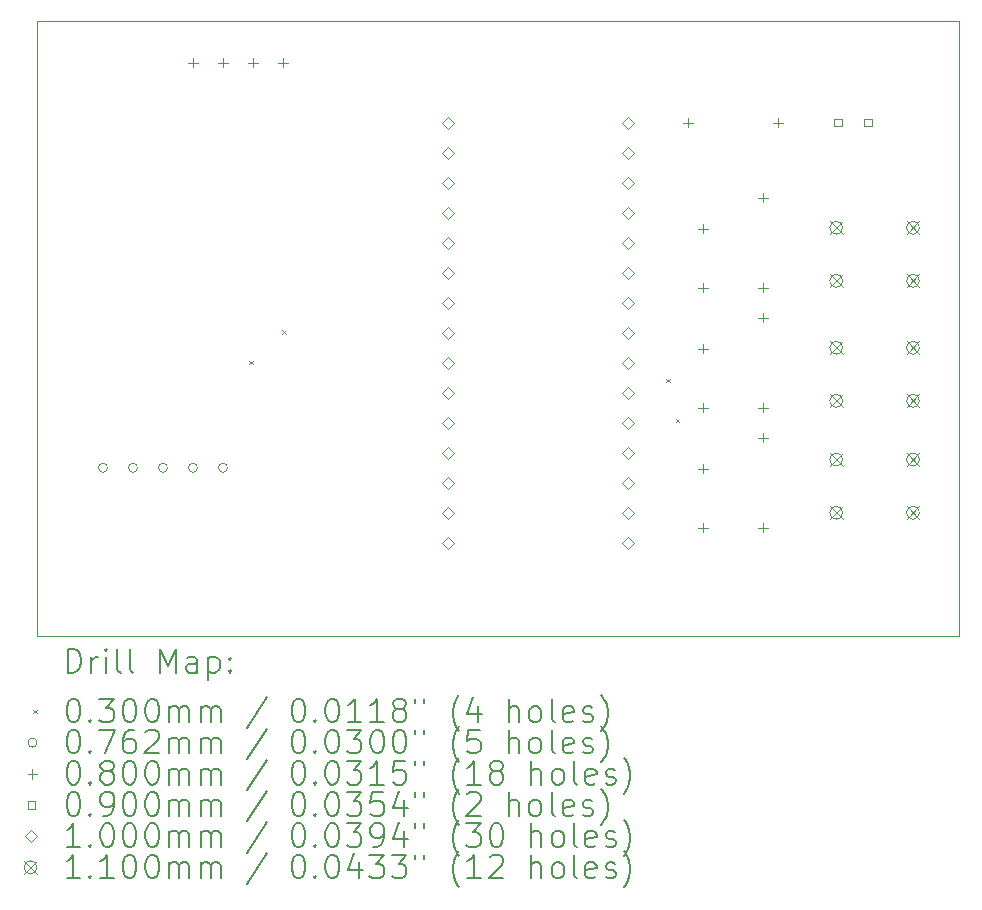
<source format=gbr>
%TF.GenerationSoftware,KiCad,Pcbnew,9.0.1*%
%TF.CreationDate,2025-08-05T12:31:28+05:00*%
%TF.ProjectId,firstPCB,66697273-7450-4434-922e-6b696361645f,rev?*%
%TF.SameCoordinates,Original*%
%TF.FileFunction,Drillmap*%
%TF.FilePolarity,Positive*%
%FSLAX45Y45*%
G04 Gerber Fmt 4.5, Leading zero omitted, Abs format (unit mm)*
G04 Created by KiCad (PCBNEW 9.0.1) date 2025-08-05 12:31:28*
%MOMM*%
%LPD*%
G01*
G04 APERTURE LIST*
%ADD10C,0.050000*%
%ADD11C,0.200000*%
%ADD12C,0.100000*%
%ADD13C,0.110000*%
G04 APERTURE END LIST*
D10*
X3000000Y-6000000D02*
X3000000Y-11200000D01*
X3000000Y-11200000D02*
X10800000Y-11200000D01*
X10800000Y-11200000D02*
X10800000Y-6000000D01*
X10800000Y-6000000D02*
X3000000Y-6000000D01*
D11*
D12*
X4795000Y-8875000D02*
X4825000Y-8905000D01*
X4825000Y-8875000D02*
X4795000Y-8905000D01*
X5075000Y-8615000D02*
X5105000Y-8645000D01*
X5105000Y-8615000D02*
X5075000Y-8645000D01*
X8325000Y-9025000D02*
X8355000Y-9055000D01*
X8355000Y-9025000D02*
X8325000Y-9055000D01*
X8405000Y-9365000D02*
X8435000Y-9395000D01*
X8435000Y-9365000D02*
X8405000Y-9395000D01*
X3594100Y-9779000D02*
G75*
G02*
X3517900Y-9779000I-38100J0D01*
G01*
X3517900Y-9779000D02*
G75*
G02*
X3594100Y-9779000I38100J0D01*
G01*
X3848100Y-9779000D02*
G75*
G02*
X3771900Y-9779000I-38100J0D01*
G01*
X3771900Y-9779000D02*
G75*
G02*
X3848100Y-9779000I38100J0D01*
G01*
X4102100Y-9779000D02*
G75*
G02*
X4025900Y-9779000I-38100J0D01*
G01*
X4025900Y-9779000D02*
G75*
G02*
X4102100Y-9779000I38100J0D01*
G01*
X4356100Y-9779000D02*
G75*
G02*
X4279900Y-9779000I-38100J0D01*
G01*
X4279900Y-9779000D02*
G75*
G02*
X4356100Y-9779000I38100J0D01*
G01*
X4610100Y-9779000D02*
G75*
G02*
X4533900Y-9779000I-38100J0D01*
G01*
X4533900Y-9779000D02*
G75*
G02*
X4610100Y-9779000I38100J0D01*
G01*
X4318000Y-6310000D02*
X4318000Y-6390000D01*
X4278000Y-6350000D02*
X4358000Y-6350000D01*
X4572000Y-6310000D02*
X4572000Y-6390000D01*
X4532000Y-6350000D02*
X4612000Y-6350000D01*
X4826000Y-6310000D02*
X4826000Y-6390000D01*
X4786000Y-6350000D02*
X4866000Y-6350000D01*
X5080000Y-6310000D02*
X5080000Y-6390000D01*
X5040000Y-6350000D02*
X5120000Y-6350000D01*
X8509000Y-6818000D02*
X8509000Y-6898000D01*
X8469000Y-6858000D02*
X8549000Y-6858000D01*
X8636000Y-7715000D02*
X8636000Y-7795000D01*
X8596000Y-7755000D02*
X8676000Y-7755000D01*
X8636000Y-8215000D02*
X8636000Y-8295000D01*
X8596000Y-8255000D02*
X8676000Y-8255000D01*
X8636000Y-8731000D02*
X8636000Y-8811000D01*
X8596000Y-8771000D02*
X8676000Y-8771000D01*
X8636000Y-9231000D02*
X8636000Y-9311000D01*
X8596000Y-9271000D02*
X8676000Y-9271000D01*
X8636000Y-9747000D02*
X8636000Y-9827000D01*
X8596000Y-9787000D02*
X8676000Y-9787000D01*
X8636000Y-10247000D02*
X8636000Y-10327000D01*
X8596000Y-10287000D02*
X8676000Y-10287000D01*
X9144000Y-7453000D02*
X9144000Y-7533000D01*
X9104000Y-7493000D02*
X9184000Y-7493000D01*
X9144000Y-8215000D02*
X9144000Y-8295000D01*
X9104000Y-8255000D02*
X9184000Y-8255000D01*
X9144000Y-8469000D02*
X9144000Y-8549000D01*
X9104000Y-8509000D02*
X9184000Y-8509000D01*
X9144000Y-9231000D02*
X9144000Y-9311000D01*
X9104000Y-9271000D02*
X9184000Y-9271000D01*
X9144000Y-9485000D02*
X9144000Y-9565000D01*
X9104000Y-9525000D02*
X9184000Y-9525000D01*
X9144000Y-10247000D02*
X9144000Y-10327000D01*
X9104000Y-10287000D02*
X9184000Y-10287000D01*
X9271000Y-6818000D02*
X9271000Y-6898000D01*
X9231000Y-6858000D02*
X9311000Y-6858000D01*
X9810820Y-6889820D02*
X9810820Y-6826180D01*
X9747180Y-6826180D01*
X9747180Y-6889820D01*
X9810820Y-6889820D01*
X10064820Y-6889820D02*
X10064820Y-6826180D01*
X10001180Y-6826180D01*
X10001180Y-6889820D01*
X10064820Y-6889820D01*
X6477000Y-6908000D02*
X6527000Y-6858000D01*
X6477000Y-6808000D01*
X6427000Y-6858000D01*
X6477000Y-6908000D01*
X6477000Y-7162000D02*
X6527000Y-7112000D01*
X6477000Y-7062000D01*
X6427000Y-7112000D01*
X6477000Y-7162000D01*
X6477000Y-7416000D02*
X6527000Y-7366000D01*
X6477000Y-7316000D01*
X6427000Y-7366000D01*
X6477000Y-7416000D01*
X6477000Y-7670000D02*
X6527000Y-7620000D01*
X6477000Y-7570000D01*
X6427000Y-7620000D01*
X6477000Y-7670000D01*
X6477000Y-7924000D02*
X6527000Y-7874000D01*
X6477000Y-7824000D01*
X6427000Y-7874000D01*
X6477000Y-7924000D01*
X6477000Y-8178000D02*
X6527000Y-8128000D01*
X6477000Y-8078000D01*
X6427000Y-8128000D01*
X6477000Y-8178000D01*
X6477000Y-8432000D02*
X6527000Y-8382000D01*
X6477000Y-8332000D01*
X6427000Y-8382000D01*
X6477000Y-8432000D01*
X6477000Y-8686000D02*
X6527000Y-8636000D01*
X6477000Y-8586000D01*
X6427000Y-8636000D01*
X6477000Y-8686000D01*
X6477000Y-8940000D02*
X6527000Y-8890000D01*
X6477000Y-8840000D01*
X6427000Y-8890000D01*
X6477000Y-8940000D01*
X6477000Y-9194000D02*
X6527000Y-9144000D01*
X6477000Y-9094000D01*
X6427000Y-9144000D01*
X6477000Y-9194000D01*
X6477000Y-9448000D02*
X6527000Y-9398000D01*
X6477000Y-9348000D01*
X6427000Y-9398000D01*
X6477000Y-9448000D01*
X6477000Y-9702000D02*
X6527000Y-9652000D01*
X6477000Y-9602000D01*
X6427000Y-9652000D01*
X6477000Y-9702000D01*
X6477000Y-9956000D02*
X6527000Y-9906000D01*
X6477000Y-9856000D01*
X6427000Y-9906000D01*
X6477000Y-9956000D01*
X6477000Y-10210000D02*
X6527000Y-10160000D01*
X6477000Y-10110000D01*
X6427000Y-10160000D01*
X6477000Y-10210000D01*
X6477000Y-10464000D02*
X6527000Y-10414000D01*
X6477000Y-10364000D01*
X6427000Y-10414000D01*
X6477000Y-10464000D01*
X8001000Y-6908000D02*
X8051000Y-6858000D01*
X8001000Y-6808000D01*
X7951000Y-6858000D01*
X8001000Y-6908000D01*
X8001000Y-7162000D02*
X8051000Y-7112000D01*
X8001000Y-7062000D01*
X7951000Y-7112000D01*
X8001000Y-7162000D01*
X8001000Y-7416000D02*
X8051000Y-7366000D01*
X8001000Y-7316000D01*
X7951000Y-7366000D01*
X8001000Y-7416000D01*
X8001000Y-7670000D02*
X8051000Y-7620000D01*
X8001000Y-7570000D01*
X7951000Y-7620000D01*
X8001000Y-7670000D01*
X8001000Y-7924000D02*
X8051000Y-7874000D01*
X8001000Y-7824000D01*
X7951000Y-7874000D01*
X8001000Y-7924000D01*
X8001000Y-8178000D02*
X8051000Y-8128000D01*
X8001000Y-8078000D01*
X7951000Y-8128000D01*
X8001000Y-8178000D01*
X8001000Y-8432000D02*
X8051000Y-8382000D01*
X8001000Y-8332000D01*
X7951000Y-8382000D01*
X8001000Y-8432000D01*
X8001000Y-8686000D02*
X8051000Y-8636000D01*
X8001000Y-8586000D01*
X7951000Y-8636000D01*
X8001000Y-8686000D01*
X8001000Y-8940000D02*
X8051000Y-8890000D01*
X8001000Y-8840000D01*
X7951000Y-8890000D01*
X8001000Y-8940000D01*
X8001000Y-9194000D02*
X8051000Y-9144000D01*
X8001000Y-9094000D01*
X7951000Y-9144000D01*
X8001000Y-9194000D01*
X8001000Y-9448000D02*
X8051000Y-9398000D01*
X8001000Y-9348000D01*
X7951000Y-9398000D01*
X8001000Y-9448000D01*
X8001000Y-9702000D02*
X8051000Y-9652000D01*
X8001000Y-9602000D01*
X7951000Y-9652000D01*
X8001000Y-9702000D01*
X8001000Y-9956000D02*
X8051000Y-9906000D01*
X8001000Y-9856000D01*
X7951000Y-9906000D01*
X8001000Y-9956000D01*
X8001000Y-10210000D02*
X8051000Y-10160000D01*
X8001000Y-10110000D01*
X7951000Y-10160000D01*
X8001000Y-10210000D01*
X8001000Y-10464000D02*
X8051000Y-10414000D01*
X8001000Y-10364000D01*
X7951000Y-10414000D01*
X8001000Y-10464000D01*
D13*
X9709000Y-7692000D02*
X9819000Y-7802000D01*
X9819000Y-7692000D02*
X9709000Y-7802000D01*
X9819000Y-7747000D02*
G75*
G02*
X9709000Y-7747000I-55000J0D01*
G01*
X9709000Y-7747000D02*
G75*
G02*
X9819000Y-7747000I55000J0D01*
G01*
X9709000Y-8142000D02*
X9819000Y-8252000D01*
X9819000Y-8142000D02*
X9709000Y-8252000D01*
X9819000Y-8197000D02*
G75*
G02*
X9709000Y-8197000I-55000J0D01*
G01*
X9709000Y-8197000D02*
G75*
G02*
X9819000Y-8197000I55000J0D01*
G01*
X9709000Y-8708000D02*
X9819000Y-8818000D01*
X9819000Y-8708000D02*
X9709000Y-8818000D01*
X9819000Y-8763000D02*
G75*
G02*
X9709000Y-8763000I-55000J0D01*
G01*
X9709000Y-8763000D02*
G75*
G02*
X9819000Y-8763000I55000J0D01*
G01*
X9709000Y-9158000D02*
X9819000Y-9268000D01*
X9819000Y-9158000D02*
X9709000Y-9268000D01*
X9819000Y-9213000D02*
G75*
G02*
X9709000Y-9213000I-55000J0D01*
G01*
X9709000Y-9213000D02*
G75*
G02*
X9819000Y-9213000I55000J0D01*
G01*
X9709000Y-9655000D02*
X9819000Y-9765000D01*
X9819000Y-9655000D02*
X9709000Y-9765000D01*
X9819000Y-9710000D02*
G75*
G02*
X9709000Y-9710000I-55000J0D01*
G01*
X9709000Y-9710000D02*
G75*
G02*
X9819000Y-9710000I55000J0D01*
G01*
X9709000Y-10105000D02*
X9819000Y-10215000D01*
X9819000Y-10105000D02*
X9709000Y-10215000D01*
X9819000Y-10160000D02*
G75*
G02*
X9709000Y-10160000I-55000J0D01*
G01*
X9709000Y-10160000D02*
G75*
G02*
X9819000Y-10160000I55000J0D01*
G01*
X10359000Y-7692000D02*
X10469000Y-7802000D01*
X10469000Y-7692000D02*
X10359000Y-7802000D01*
X10469000Y-7747000D02*
G75*
G02*
X10359000Y-7747000I-55000J0D01*
G01*
X10359000Y-7747000D02*
G75*
G02*
X10469000Y-7747000I55000J0D01*
G01*
X10359000Y-8142000D02*
X10469000Y-8252000D01*
X10469000Y-8142000D02*
X10359000Y-8252000D01*
X10469000Y-8197000D02*
G75*
G02*
X10359000Y-8197000I-55000J0D01*
G01*
X10359000Y-8197000D02*
G75*
G02*
X10469000Y-8197000I55000J0D01*
G01*
X10359000Y-8708000D02*
X10469000Y-8818000D01*
X10469000Y-8708000D02*
X10359000Y-8818000D01*
X10469000Y-8763000D02*
G75*
G02*
X10359000Y-8763000I-55000J0D01*
G01*
X10359000Y-8763000D02*
G75*
G02*
X10469000Y-8763000I55000J0D01*
G01*
X10359000Y-9158000D02*
X10469000Y-9268000D01*
X10469000Y-9158000D02*
X10359000Y-9268000D01*
X10469000Y-9213000D02*
G75*
G02*
X10359000Y-9213000I-55000J0D01*
G01*
X10359000Y-9213000D02*
G75*
G02*
X10469000Y-9213000I55000J0D01*
G01*
X10359000Y-9655000D02*
X10469000Y-9765000D01*
X10469000Y-9655000D02*
X10359000Y-9765000D01*
X10469000Y-9710000D02*
G75*
G02*
X10359000Y-9710000I-55000J0D01*
G01*
X10359000Y-9710000D02*
G75*
G02*
X10469000Y-9710000I55000J0D01*
G01*
X10359000Y-10105000D02*
X10469000Y-10215000D01*
X10469000Y-10105000D02*
X10359000Y-10215000D01*
X10469000Y-10160000D02*
G75*
G02*
X10359000Y-10160000I-55000J0D01*
G01*
X10359000Y-10160000D02*
G75*
G02*
X10469000Y-10160000I55000J0D01*
G01*
D11*
X3258277Y-11513984D02*
X3258277Y-11313984D01*
X3258277Y-11313984D02*
X3305896Y-11313984D01*
X3305896Y-11313984D02*
X3334467Y-11323508D01*
X3334467Y-11323508D02*
X3353515Y-11342555D01*
X3353515Y-11342555D02*
X3363039Y-11361603D01*
X3363039Y-11361603D02*
X3372562Y-11399698D01*
X3372562Y-11399698D02*
X3372562Y-11428269D01*
X3372562Y-11428269D02*
X3363039Y-11466365D01*
X3363039Y-11466365D02*
X3353515Y-11485412D01*
X3353515Y-11485412D02*
X3334467Y-11504460D01*
X3334467Y-11504460D02*
X3305896Y-11513984D01*
X3305896Y-11513984D02*
X3258277Y-11513984D01*
X3458277Y-11513984D02*
X3458277Y-11380650D01*
X3458277Y-11418746D02*
X3467801Y-11399698D01*
X3467801Y-11399698D02*
X3477324Y-11390174D01*
X3477324Y-11390174D02*
X3496372Y-11380650D01*
X3496372Y-11380650D02*
X3515420Y-11380650D01*
X3582086Y-11513984D02*
X3582086Y-11380650D01*
X3582086Y-11313984D02*
X3572562Y-11323508D01*
X3572562Y-11323508D02*
X3582086Y-11333031D01*
X3582086Y-11333031D02*
X3591610Y-11323508D01*
X3591610Y-11323508D02*
X3582086Y-11313984D01*
X3582086Y-11313984D02*
X3582086Y-11333031D01*
X3705896Y-11513984D02*
X3686848Y-11504460D01*
X3686848Y-11504460D02*
X3677324Y-11485412D01*
X3677324Y-11485412D02*
X3677324Y-11313984D01*
X3810658Y-11513984D02*
X3791610Y-11504460D01*
X3791610Y-11504460D02*
X3782086Y-11485412D01*
X3782086Y-11485412D02*
X3782086Y-11313984D01*
X4039229Y-11513984D02*
X4039229Y-11313984D01*
X4039229Y-11313984D02*
X4105896Y-11456841D01*
X4105896Y-11456841D02*
X4172562Y-11313984D01*
X4172562Y-11313984D02*
X4172562Y-11513984D01*
X4353515Y-11513984D02*
X4353515Y-11409222D01*
X4353515Y-11409222D02*
X4343991Y-11390174D01*
X4343991Y-11390174D02*
X4324944Y-11380650D01*
X4324944Y-11380650D02*
X4286848Y-11380650D01*
X4286848Y-11380650D02*
X4267801Y-11390174D01*
X4353515Y-11504460D02*
X4334467Y-11513984D01*
X4334467Y-11513984D02*
X4286848Y-11513984D01*
X4286848Y-11513984D02*
X4267801Y-11504460D01*
X4267801Y-11504460D02*
X4258277Y-11485412D01*
X4258277Y-11485412D02*
X4258277Y-11466365D01*
X4258277Y-11466365D02*
X4267801Y-11447317D01*
X4267801Y-11447317D02*
X4286848Y-11437793D01*
X4286848Y-11437793D02*
X4334467Y-11437793D01*
X4334467Y-11437793D02*
X4353515Y-11428269D01*
X4448753Y-11380650D02*
X4448753Y-11580650D01*
X4448753Y-11390174D02*
X4467801Y-11380650D01*
X4467801Y-11380650D02*
X4505896Y-11380650D01*
X4505896Y-11380650D02*
X4524944Y-11390174D01*
X4524944Y-11390174D02*
X4534467Y-11399698D01*
X4534467Y-11399698D02*
X4543991Y-11418746D01*
X4543991Y-11418746D02*
X4543991Y-11475888D01*
X4543991Y-11475888D02*
X4534467Y-11494936D01*
X4534467Y-11494936D02*
X4524944Y-11504460D01*
X4524944Y-11504460D02*
X4505896Y-11513984D01*
X4505896Y-11513984D02*
X4467801Y-11513984D01*
X4467801Y-11513984D02*
X4448753Y-11504460D01*
X4629705Y-11494936D02*
X4639229Y-11504460D01*
X4639229Y-11504460D02*
X4629705Y-11513984D01*
X4629705Y-11513984D02*
X4620182Y-11504460D01*
X4620182Y-11504460D02*
X4629705Y-11494936D01*
X4629705Y-11494936D02*
X4629705Y-11513984D01*
X4629705Y-11390174D02*
X4639229Y-11399698D01*
X4639229Y-11399698D02*
X4629705Y-11409222D01*
X4629705Y-11409222D02*
X4620182Y-11399698D01*
X4620182Y-11399698D02*
X4629705Y-11390174D01*
X4629705Y-11390174D02*
X4629705Y-11409222D01*
D12*
X2967500Y-11827500D02*
X2997500Y-11857500D01*
X2997500Y-11827500D02*
X2967500Y-11857500D01*
D11*
X3296372Y-11733984D02*
X3315420Y-11733984D01*
X3315420Y-11733984D02*
X3334467Y-11743508D01*
X3334467Y-11743508D02*
X3343991Y-11753031D01*
X3343991Y-11753031D02*
X3353515Y-11772079D01*
X3353515Y-11772079D02*
X3363039Y-11810174D01*
X3363039Y-11810174D02*
X3363039Y-11857793D01*
X3363039Y-11857793D02*
X3353515Y-11895888D01*
X3353515Y-11895888D02*
X3343991Y-11914936D01*
X3343991Y-11914936D02*
X3334467Y-11924460D01*
X3334467Y-11924460D02*
X3315420Y-11933984D01*
X3315420Y-11933984D02*
X3296372Y-11933984D01*
X3296372Y-11933984D02*
X3277324Y-11924460D01*
X3277324Y-11924460D02*
X3267801Y-11914936D01*
X3267801Y-11914936D02*
X3258277Y-11895888D01*
X3258277Y-11895888D02*
X3248753Y-11857793D01*
X3248753Y-11857793D02*
X3248753Y-11810174D01*
X3248753Y-11810174D02*
X3258277Y-11772079D01*
X3258277Y-11772079D02*
X3267801Y-11753031D01*
X3267801Y-11753031D02*
X3277324Y-11743508D01*
X3277324Y-11743508D02*
X3296372Y-11733984D01*
X3448753Y-11914936D02*
X3458277Y-11924460D01*
X3458277Y-11924460D02*
X3448753Y-11933984D01*
X3448753Y-11933984D02*
X3439229Y-11924460D01*
X3439229Y-11924460D02*
X3448753Y-11914936D01*
X3448753Y-11914936D02*
X3448753Y-11933984D01*
X3524943Y-11733984D02*
X3648753Y-11733984D01*
X3648753Y-11733984D02*
X3582086Y-11810174D01*
X3582086Y-11810174D02*
X3610658Y-11810174D01*
X3610658Y-11810174D02*
X3629705Y-11819698D01*
X3629705Y-11819698D02*
X3639229Y-11829222D01*
X3639229Y-11829222D02*
X3648753Y-11848269D01*
X3648753Y-11848269D02*
X3648753Y-11895888D01*
X3648753Y-11895888D02*
X3639229Y-11914936D01*
X3639229Y-11914936D02*
X3629705Y-11924460D01*
X3629705Y-11924460D02*
X3610658Y-11933984D01*
X3610658Y-11933984D02*
X3553515Y-11933984D01*
X3553515Y-11933984D02*
X3534467Y-11924460D01*
X3534467Y-11924460D02*
X3524943Y-11914936D01*
X3772562Y-11733984D02*
X3791610Y-11733984D01*
X3791610Y-11733984D02*
X3810658Y-11743508D01*
X3810658Y-11743508D02*
X3820182Y-11753031D01*
X3820182Y-11753031D02*
X3829705Y-11772079D01*
X3829705Y-11772079D02*
X3839229Y-11810174D01*
X3839229Y-11810174D02*
X3839229Y-11857793D01*
X3839229Y-11857793D02*
X3829705Y-11895888D01*
X3829705Y-11895888D02*
X3820182Y-11914936D01*
X3820182Y-11914936D02*
X3810658Y-11924460D01*
X3810658Y-11924460D02*
X3791610Y-11933984D01*
X3791610Y-11933984D02*
X3772562Y-11933984D01*
X3772562Y-11933984D02*
X3753515Y-11924460D01*
X3753515Y-11924460D02*
X3743991Y-11914936D01*
X3743991Y-11914936D02*
X3734467Y-11895888D01*
X3734467Y-11895888D02*
X3724943Y-11857793D01*
X3724943Y-11857793D02*
X3724943Y-11810174D01*
X3724943Y-11810174D02*
X3734467Y-11772079D01*
X3734467Y-11772079D02*
X3743991Y-11753031D01*
X3743991Y-11753031D02*
X3753515Y-11743508D01*
X3753515Y-11743508D02*
X3772562Y-11733984D01*
X3963039Y-11733984D02*
X3982086Y-11733984D01*
X3982086Y-11733984D02*
X4001134Y-11743508D01*
X4001134Y-11743508D02*
X4010658Y-11753031D01*
X4010658Y-11753031D02*
X4020182Y-11772079D01*
X4020182Y-11772079D02*
X4029705Y-11810174D01*
X4029705Y-11810174D02*
X4029705Y-11857793D01*
X4029705Y-11857793D02*
X4020182Y-11895888D01*
X4020182Y-11895888D02*
X4010658Y-11914936D01*
X4010658Y-11914936D02*
X4001134Y-11924460D01*
X4001134Y-11924460D02*
X3982086Y-11933984D01*
X3982086Y-11933984D02*
X3963039Y-11933984D01*
X3963039Y-11933984D02*
X3943991Y-11924460D01*
X3943991Y-11924460D02*
X3934467Y-11914936D01*
X3934467Y-11914936D02*
X3924943Y-11895888D01*
X3924943Y-11895888D02*
X3915420Y-11857793D01*
X3915420Y-11857793D02*
X3915420Y-11810174D01*
X3915420Y-11810174D02*
X3924943Y-11772079D01*
X3924943Y-11772079D02*
X3934467Y-11753031D01*
X3934467Y-11753031D02*
X3943991Y-11743508D01*
X3943991Y-11743508D02*
X3963039Y-11733984D01*
X4115420Y-11933984D02*
X4115420Y-11800650D01*
X4115420Y-11819698D02*
X4124943Y-11810174D01*
X4124943Y-11810174D02*
X4143991Y-11800650D01*
X4143991Y-11800650D02*
X4172563Y-11800650D01*
X4172563Y-11800650D02*
X4191610Y-11810174D01*
X4191610Y-11810174D02*
X4201134Y-11829222D01*
X4201134Y-11829222D02*
X4201134Y-11933984D01*
X4201134Y-11829222D02*
X4210658Y-11810174D01*
X4210658Y-11810174D02*
X4229705Y-11800650D01*
X4229705Y-11800650D02*
X4258277Y-11800650D01*
X4258277Y-11800650D02*
X4277325Y-11810174D01*
X4277325Y-11810174D02*
X4286848Y-11829222D01*
X4286848Y-11829222D02*
X4286848Y-11933984D01*
X4382086Y-11933984D02*
X4382086Y-11800650D01*
X4382086Y-11819698D02*
X4391610Y-11810174D01*
X4391610Y-11810174D02*
X4410658Y-11800650D01*
X4410658Y-11800650D02*
X4439229Y-11800650D01*
X4439229Y-11800650D02*
X4458277Y-11810174D01*
X4458277Y-11810174D02*
X4467801Y-11829222D01*
X4467801Y-11829222D02*
X4467801Y-11933984D01*
X4467801Y-11829222D02*
X4477325Y-11810174D01*
X4477325Y-11810174D02*
X4496372Y-11800650D01*
X4496372Y-11800650D02*
X4524944Y-11800650D01*
X4524944Y-11800650D02*
X4543991Y-11810174D01*
X4543991Y-11810174D02*
X4553515Y-11829222D01*
X4553515Y-11829222D02*
X4553515Y-11933984D01*
X4943991Y-11724460D02*
X4772563Y-11981603D01*
X5201134Y-11733984D02*
X5220182Y-11733984D01*
X5220182Y-11733984D02*
X5239229Y-11743508D01*
X5239229Y-11743508D02*
X5248753Y-11753031D01*
X5248753Y-11753031D02*
X5258277Y-11772079D01*
X5258277Y-11772079D02*
X5267801Y-11810174D01*
X5267801Y-11810174D02*
X5267801Y-11857793D01*
X5267801Y-11857793D02*
X5258277Y-11895888D01*
X5258277Y-11895888D02*
X5248753Y-11914936D01*
X5248753Y-11914936D02*
X5239229Y-11924460D01*
X5239229Y-11924460D02*
X5220182Y-11933984D01*
X5220182Y-11933984D02*
X5201134Y-11933984D01*
X5201134Y-11933984D02*
X5182087Y-11924460D01*
X5182087Y-11924460D02*
X5172563Y-11914936D01*
X5172563Y-11914936D02*
X5163039Y-11895888D01*
X5163039Y-11895888D02*
X5153515Y-11857793D01*
X5153515Y-11857793D02*
X5153515Y-11810174D01*
X5153515Y-11810174D02*
X5163039Y-11772079D01*
X5163039Y-11772079D02*
X5172563Y-11753031D01*
X5172563Y-11753031D02*
X5182087Y-11743508D01*
X5182087Y-11743508D02*
X5201134Y-11733984D01*
X5353515Y-11914936D02*
X5363039Y-11924460D01*
X5363039Y-11924460D02*
X5353515Y-11933984D01*
X5353515Y-11933984D02*
X5343991Y-11924460D01*
X5343991Y-11924460D02*
X5353515Y-11914936D01*
X5353515Y-11914936D02*
X5353515Y-11933984D01*
X5486848Y-11733984D02*
X5505896Y-11733984D01*
X5505896Y-11733984D02*
X5524944Y-11743508D01*
X5524944Y-11743508D02*
X5534468Y-11753031D01*
X5534468Y-11753031D02*
X5543991Y-11772079D01*
X5543991Y-11772079D02*
X5553515Y-11810174D01*
X5553515Y-11810174D02*
X5553515Y-11857793D01*
X5553515Y-11857793D02*
X5543991Y-11895888D01*
X5543991Y-11895888D02*
X5534468Y-11914936D01*
X5534468Y-11914936D02*
X5524944Y-11924460D01*
X5524944Y-11924460D02*
X5505896Y-11933984D01*
X5505896Y-11933984D02*
X5486848Y-11933984D01*
X5486848Y-11933984D02*
X5467801Y-11924460D01*
X5467801Y-11924460D02*
X5458277Y-11914936D01*
X5458277Y-11914936D02*
X5448753Y-11895888D01*
X5448753Y-11895888D02*
X5439229Y-11857793D01*
X5439229Y-11857793D02*
X5439229Y-11810174D01*
X5439229Y-11810174D02*
X5448753Y-11772079D01*
X5448753Y-11772079D02*
X5458277Y-11753031D01*
X5458277Y-11753031D02*
X5467801Y-11743508D01*
X5467801Y-11743508D02*
X5486848Y-11733984D01*
X5743991Y-11933984D02*
X5629706Y-11933984D01*
X5686848Y-11933984D02*
X5686848Y-11733984D01*
X5686848Y-11733984D02*
X5667801Y-11762555D01*
X5667801Y-11762555D02*
X5648753Y-11781603D01*
X5648753Y-11781603D02*
X5629706Y-11791127D01*
X5934467Y-11933984D02*
X5820182Y-11933984D01*
X5877325Y-11933984D02*
X5877325Y-11733984D01*
X5877325Y-11733984D02*
X5858277Y-11762555D01*
X5858277Y-11762555D02*
X5839229Y-11781603D01*
X5839229Y-11781603D02*
X5820182Y-11791127D01*
X6048753Y-11819698D02*
X6029706Y-11810174D01*
X6029706Y-11810174D02*
X6020182Y-11800650D01*
X6020182Y-11800650D02*
X6010658Y-11781603D01*
X6010658Y-11781603D02*
X6010658Y-11772079D01*
X6010658Y-11772079D02*
X6020182Y-11753031D01*
X6020182Y-11753031D02*
X6029706Y-11743508D01*
X6029706Y-11743508D02*
X6048753Y-11733984D01*
X6048753Y-11733984D02*
X6086848Y-11733984D01*
X6086848Y-11733984D02*
X6105896Y-11743508D01*
X6105896Y-11743508D02*
X6115420Y-11753031D01*
X6115420Y-11753031D02*
X6124944Y-11772079D01*
X6124944Y-11772079D02*
X6124944Y-11781603D01*
X6124944Y-11781603D02*
X6115420Y-11800650D01*
X6115420Y-11800650D02*
X6105896Y-11810174D01*
X6105896Y-11810174D02*
X6086848Y-11819698D01*
X6086848Y-11819698D02*
X6048753Y-11819698D01*
X6048753Y-11819698D02*
X6029706Y-11829222D01*
X6029706Y-11829222D02*
X6020182Y-11838746D01*
X6020182Y-11838746D02*
X6010658Y-11857793D01*
X6010658Y-11857793D02*
X6010658Y-11895888D01*
X6010658Y-11895888D02*
X6020182Y-11914936D01*
X6020182Y-11914936D02*
X6029706Y-11924460D01*
X6029706Y-11924460D02*
X6048753Y-11933984D01*
X6048753Y-11933984D02*
X6086848Y-11933984D01*
X6086848Y-11933984D02*
X6105896Y-11924460D01*
X6105896Y-11924460D02*
X6115420Y-11914936D01*
X6115420Y-11914936D02*
X6124944Y-11895888D01*
X6124944Y-11895888D02*
X6124944Y-11857793D01*
X6124944Y-11857793D02*
X6115420Y-11838746D01*
X6115420Y-11838746D02*
X6105896Y-11829222D01*
X6105896Y-11829222D02*
X6086848Y-11819698D01*
X6201134Y-11733984D02*
X6201134Y-11772079D01*
X6277325Y-11733984D02*
X6277325Y-11772079D01*
X6572563Y-12010174D02*
X6563039Y-12000650D01*
X6563039Y-12000650D02*
X6543991Y-11972079D01*
X6543991Y-11972079D02*
X6534468Y-11953031D01*
X6534468Y-11953031D02*
X6524944Y-11924460D01*
X6524944Y-11924460D02*
X6515420Y-11876841D01*
X6515420Y-11876841D02*
X6515420Y-11838746D01*
X6515420Y-11838746D02*
X6524944Y-11791127D01*
X6524944Y-11791127D02*
X6534468Y-11762555D01*
X6534468Y-11762555D02*
X6543991Y-11743508D01*
X6543991Y-11743508D02*
X6563039Y-11714936D01*
X6563039Y-11714936D02*
X6572563Y-11705412D01*
X6734468Y-11800650D02*
X6734468Y-11933984D01*
X6686848Y-11724460D02*
X6639229Y-11867317D01*
X6639229Y-11867317D02*
X6763039Y-11867317D01*
X6991610Y-11933984D02*
X6991610Y-11733984D01*
X7077325Y-11933984D02*
X7077325Y-11829222D01*
X7077325Y-11829222D02*
X7067801Y-11810174D01*
X7067801Y-11810174D02*
X7048753Y-11800650D01*
X7048753Y-11800650D02*
X7020182Y-11800650D01*
X7020182Y-11800650D02*
X7001134Y-11810174D01*
X7001134Y-11810174D02*
X6991610Y-11819698D01*
X7201134Y-11933984D02*
X7182087Y-11924460D01*
X7182087Y-11924460D02*
X7172563Y-11914936D01*
X7172563Y-11914936D02*
X7163039Y-11895888D01*
X7163039Y-11895888D02*
X7163039Y-11838746D01*
X7163039Y-11838746D02*
X7172563Y-11819698D01*
X7172563Y-11819698D02*
X7182087Y-11810174D01*
X7182087Y-11810174D02*
X7201134Y-11800650D01*
X7201134Y-11800650D02*
X7229706Y-11800650D01*
X7229706Y-11800650D02*
X7248753Y-11810174D01*
X7248753Y-11810174D02*
X7258277Y-11819698D01*
X7258277Y-11819698D02*
X7267801Y-11838746D01*
X7267801Y-11838746D02*
X7267801Y-11895888D01*
X7267801Y-11895888D02*
X7258277Y-11914936D01*
X7258277Y-11914936D02*
X7248753Y-11924460D01*
X7248753Y-11924460D02*
X7229706Y-11933984D01*
X7229706Y-11933984D02*
X7201134Y-11933984D01*
X7382087Y-11933984D02*
X7363039Y-11924460D01*
X7363039Y-11924460D02*
X7353515Y-11905412D01*
X7353515Y-11905412D02*
X7353515Y-11733984D01*
X7534468Y-11924460D02*
X7515420Y-11933984D01*
X7515420Y-11933984D02*
X7477325Y-11933984D01*
X7477325Y-11933984D02*
X7458277Y-11924460D01*
X7458277Y-11924460D02*
X7448753Y-11905412D01*
X7448753Y-11905412D02*
X7448753Y-11829222D01*
X7448753Y-11829222D02*
X7458277Y-11810174D01*
X7458277Y-11810174D02*
X7477325Y-11800650D01*
X7477325Y-11800650D02*
X7515420Y-11800650D01*
X7515420Y-11800650D02*
X7534468Y-11810174D01*
X7534468Y-11810174D02*
X7543991Y-11829222D01*
X7543991Y-11829222D02*
X7543991Y-11848269D01*
X7543991Y-11848269D02*
X7448753Y-11867317D01*
X7620182Y-11924460D02*
X7639230Y-11933984D01*
X7639230Y-11933984D02*
X7677325Y-11933984D01*
X7677325Y-11933984D02*
X7696372Y-11924460D01*
X7696372Y-11924460D02*
X7705896Y-11905412D01*
X7705896Y-11905412D02*
X7705896Y-11895888D01*
X7705896Y-11895888D02*
X7696372Y-11876841D01*
X7696372Y-11876841D02*
X7677325Y-11867317D01*
X7677325Y-11867317D02*
X7648753Y-11867317D01*
X7648753Y-11867317D02*
X7629706Y-11857793D01*
X7629706Y-11857793D02*
X7620182Y-11838746D01*
X7620182Y-11838746D02*
X7620182Y-11829222D01*
X7620182Y-11829222D02*
X7629706Y-11810174D01*
X7629706Y-11810174D02*
X7648753Y-11800650D01*
X7648753Y-11800650D02*
X7677325Y-11800650D01*
X7677325Y-11800650D02*
X7696372Y-11810174D01*
X7772563Y-12010174D02*
X7782087Y-12000650D01*
X7782087Y-12000650D02*
X7801134Y-11972079D01*
X7801134Y-11972079D02*
X7810658Y-11953031D01*
X7810658Y-11953031D02*
X7820182Y-11924460D01*
X7820182Y-11924460D02*
X7829706Y-11876841D01*
X7829706Y-11876841D02*
X7829706Y-11838746D01*
X7829706Y-11838746D02*
X7820182Y-11791127D01*
X7820182Y-11791127D02*
X7810658Y-11762555D01*
X7810658Y-11762555D02*
X7801134Y-11743508D01*
X7801134Y-11743508D02*
X7782087Y-11714936D01*
X7782087Y-11714936D02*
X7772563Y-11705412D01*
D12*
X2997500Y-12106500D02*
G75*
G02*
X2921300Y-12106500I-38100J0D01*
G01*
X2921300Y-12106500D02*
G75*
G02*
X2997500Y-12106500I38100J0D01*
G01*
D11*
X3296372Y-11997984D02*
X3315420Y-11997984D01*
X3315420Y-11997984D02*
X3334467Y-12007508D01*
X3334467Y-12007508D02*
X3343991Y-12017031D01*
X3343991Y-12017031D02*
X3353515Y-12036079D01*
X3353515Y-12036079D02*
X3363039Y-12074174D01*
X3363039Y-12074174D02*
X3363039Y-12121793D01*
X3363039Y-12121793D02*
X3353515Y-12159888D01*
X3353515Y-12159888D02*
X3343991Y-12178936D01*
X3343991Y-12178936D02*
X3334467Y-12188460D01*
X3334467Y-12188460D02*
X3315420Y-12197984D01*
X3315420Y-12197984D02*
X3296372Y-12197984D01*
X3296372Y-12197984D02*
X3277324Y-12188460D01*
X3277324Y-12188460D02*
X3267801Y-12178936D01*
X3267801Y-12178936D02*
X3258277Y-12159888D01*
X3258277Y-12159888D02*
X3248753Y-12121793D01*
X3248753Y-12121793D02*
X3248753Y-12074174D01*
X3248753Y-12074174D02*
X3258277Y-12036079D01*
X3258277Y-12036079D02*
X3267801Y-12017031D01*
X3267801Y-12017031D02*
X3277324Y-12007508D01*
X3277324Y-12007508D02*
X3296372Y-11997984D01*
X3448753Y-12178936D02*
X3458277Y-12188460D01*
X3458277Y-12188460D02*
X3448753Y-12197984D01*
X3448753Y-12197984D02*
X3439229Y-12188460D01*
X3439229Y-12188460D02*
X3448753Y-12178936D01*
X3448753Y-12178936D02*
X3448753Y-12197984D01*
X3524943Y-11997984D02*
X3658277Y-11997984D01*
X3658277Y-11997984D02*
X3572562Y-12197984D01*
X3820182Y-11997984D02*
X3782086Y-11997984D01*
X3782086Y-11997984D02*
X3763039Y-12007508D01*
X3763039Y-12007508D02*
X3753515Y-12017031D01*
X3753515Y-12017031D02*
X3734467Y-12045603D01*
X3734467Y-12045603D02*
X3724943Y-12083698D01*
X3724943Y-12083698D02*
X3724943Y-12159888D01*
X3724943Y-12159888D02*
X3734467Y-12178936D01*
X3734467Y-12178936D02*
X3743991Y-12188460D01*
X3743991Y-12188460D02*
X3763039Y-12197984D01*
X3763039Y-12197984D02*
X3801134Y-12197984D01*
X3801134Y-12197984D02*
X3820182Y-12188460D01*
X3820182Y-12188460D02*
X3829705Y-12178936D01*
X3829705Y-12178936D02*
X3839229Y-12159888D01*
X3839229Y-12159888D02*
X3839229Y-12112269D01*
X3839229Y-12112269D02*
X3829705Y-12093222D01*
X3829705Y-12093222D02*
X3820182Y-12083698D01*
X3820182Y-12083698D02*
X3801134Y-12074174D01*
X3801134Y-12074174D02*
X3763039Y-12074174D01*
X3763039Y-12074174D02*
X3743991Y-12083698D01*
X3743991Y-12083698D02*
X3734467Y-12093222D01*
X3734467Y-12093222D02*
X3724943Y-12112269D01*
X3915420Y-12017031D02*
X3924943Y-12007508D01*
X3924943Y-12007508D02*
X3943991Y-11997984D01*
X3943991Y-11997984D02*
X3991610Y-11997984D01*
X3991610Y-11997984D02*
X4010658Y-12007508D01*
X4010658Y-12007508D02*
X4020182Y-12017031D01*
X4020182Y-12017031D02*
X4029705Y-12036079D01*
X4029705Y-12036079D02*
X4029705Y-12055127D01*
X4029705Y-12055127D02*
X4020182Y-12083698D01*
X4020182Y-12083698D02*
X3905896Y-12197984D01*
X3905896Y-12197984D02*
X4029705Y-12197984D01*
X4115420Y-12197984D02*
X4115420Y-12064650D01*
X4115420Y-12083698D02*
X4124943Y-12074174D01*
X4124943Y-12074174D02*
X4143991Y-12064650D01*
X4143991Y-12064650D02*
X4172563Y-12064650D01*
X4172563Y-12064650D02*
X4191610Y-12074174D01*
X4191610Y-12074174D02*
X4201134Y-12093222D01*
X4201134Y-12093222D02*
X4201134Y-12197984D01*
X4201134Y-12093222D02*
X4210658Y-12074174D01*
X4210658Y-12074174D02*
X4229705Y-12064650D01*
X4229705Y-12064650D02*
X4258277Y-12064650D01*
X4258277Y-12064650D02*
X4277325Y-12074174D01*
X4277325Y-12074174D02*
X4286848Y-12093222D01*
X4286848Y-12093222D02*
X4286848Y-12197984D01*
X4382086Y-12197984D02*
X4382086Y-12064650D01*
X4382086Y-12083698D02*
X4391610Y-12074174D01*
X4391610Y-12074174D02*
X4410658Y-12064650D01*
X4410658Y-12064650D02*
X4439229Y-12064650D01*
X4439229Y-12064650D02*
X4458277Y-12074174D01*
X4458277Y-12074174D02*
X4467801Y-12093222D01*
X4467801Y-12093222D02*
X4467801Y-12197984D01*
X4467801Y-12093222D02*
X4477325Y-12074174D01*
X4477325Y-12074174D02*
X4496372Y-12064650D01*
X4496372Y-12064650D02*
X4524944Y-12064650D01*
X4524944Y-12064650D02*
X4543991Y-12074174D01*
X4543991Y-12074174D02*
X4553515Y-12093222D01*
X4553515Y-12093222D02*
X4553515Y-12197984D01*
X4943991Y-11988460D02*
X4772563Y-12245603D01*
X5201134Y-11997984D02*
X5220182Y-11997984D01*
X5220182Y-11997984D02*
X5239229Y-12007508D01*
X5239229Y-12007508D02*
X5248753Y-12017031D01*
X5248753Y-12017031D02*
X5258277Y-12036079D01*
X5258277Y-12036079D02*
X5267801Y-12074174D01*
X5267801Y-12074174D02*
X5267801Y-12121793D01*
X5267801Y-12121793D02*
X5258277Y-12159888D01*
X5258277Y-12159888D02*
X5248753Y-12178936D01*
X5248753Y-12178936D02*
X5239229Y-12188460D01*
X5239229Y-12188460D02*
X5220182Y-12197984D01*
X5220182Y-12197984D02*
X5201134Y-12197984D01*
X5201134Y-12197984D02*
X5182087Y-12188460D01*
X5182087Y-12188460D02*
X5172563Y-12178936D01*
X5172563Y-12178936D02*
X5163039Y-12159888D01*
X5163039Y-12159888D02*
X5153515Y-12121793D01*
X5153515Y-12121793D02*
X5153515Y-12074174D01*
X5153515Y-12074174D02*
X5163039Y-12036079D01*
X5163039Y-12036079D02*
X5172563Y-12017031D01*
X5172563Y-12017031D02*
X5182087Y-12007508D01*
X5182087Y-12007508D02*
X5201134Y-11997984D01*
X5353515Y-12178936D02*
X5363039Y-12188460D01*
X5363039Y-12188460D02*
X5353515Y-12197984D01*
X5353515Y-12197984D02*
X5343991Y-12188460D01*
X5343991Y-12188460D02*
X5353515Y-12178936D01*
X5353515Y-12178936D02*
X5353515Y-12197984D01*
X5486848Y-11997984D02*
X5505896Y-11997984D01*
X5505896Y-11997984D02*
X5524944Y-12007508D01*
X5524944Y-12007508D02*
X5534468Y-12017031D01*
X5534468Y-12017031D02*
X5543991Y-12036079D01*
X5543991Y-12036079D02*
X5553515Y-12074174D01*
X5553515Y-12074174D02*
X5553515Y-12121793D01*
X5553515Y-12121793D02*
X5543991Y-12159888D01*
X5543991Y-12159888D02*
X5534468Y-12178936D01*
X5534468Y-12178936D02*
X5524944Y-12188460D01*
X5524944Y-12188460D02*
X5505896Y-12197984D01*
X5505896Y-12197984D02*
X5486848Y-12197984D01*
X5486848Y-12197984D02*
X5467801Y-12188460D01*
X5467801Y-12188460D02*
X5458277Y-12178936D01*
X5458277Y-12178936D02*
X5448753Y-12159888D01*
X5448753Y-12159888D02*
X5439229Y-12121793D01*
X5439229Y-12121793D02*
X5439229Y-12074174D01*
X5439229Y-12074174D02*
X5448753Y-12036079D01*
X5448753Y-12036079D02*
X5458277Y-12017031D01*
X5458277Y-12017031D02*
X5467801Y-12007508D01*
X5467801Y-12007508D02*
X5486848Y-11997984D01*
X5620182Y-11997984D02*
X5743991Y-11997984D01*
X5743991Y-11997984D02*
X5677325Y-12074174D01*
X5677325Y-12074174D02*
X5705896Y-12074174D01*
X5705896Y-12074174D02*
X5724944Y-12083698D01*
X5724944Y-12083698D02*
X5734467Y-12093222D01*
X5734467Y-12093222D02*
X5743991Y-12112269D01*
X5743991Y-12112269D02*
X5743991Y-12159888D01*
X5743991Y-12159888D02*
X5734467Y-12178936D01*
X5734467Y-12178936D02*
X5724944Y-12188460D01*
X5724944Y-12188460D02*
X5705896Y-12197984D01*
X5705896Y-12197984D02*
X5648753Y-12197984D01*
X5648753Y-12197984D02*
X5629706Y-12188460D01*
X5629706Y-12188460D02*
X5620182Y-12178936D01*
X5867801Y-11997984D02*
X5886848Y-11997984D01*
X5886848Y-11997984D02*
X5905896Y-12007508D01*
X5905896Y-12007508D02*
X5915420Y-12017031D01*
X5915420Y-12017031D02*
X5924944Y-12036079D01*
X5924944Y-12036079D02*
X5934467Y-12074174D01*
X5934467Y-12074174D02*
X5934467Y-12121793D01*
X5934467Y-12121793D02*
X5924944Y-12159888D01*
X5924944Y-12159888D02*
X5915420Y-12178936D01*
X5915420Y-12178936D02*
X5905896Y-12188460D01*
X5905896Y-12188460D02*
X5886848Y-12197984D01*
X5886848Y-12197984D02*
X5867801Y-12197984D01*
X5867801Y-12197984D02*
X5848753Y-12188460D01*
X5848753Y-12188460D02*
X5839229Y-12178936D01*
X5839229Y-12178936D02*
X5829706Y-12159888D01*
X5829706Y-12159888D02*
X5820182Y-12121793D01*
X5820182Y-12121793D02*
X5820182Y-12074174D01*
X5820182Y-12074174D02*
X5829706Y-12036079D01*
X5829706Y-12036079D02*
X5839229Y-12017031D01*
X5839229Y-12017031D02*
X5848753Y-12007508D01*
X5848753Y-12007508D02*
X5867801Y-11997984D01*
X6058277Y-11997984D02*
X6077325Y-11997984D01*
X6077325Y-11997984D02*
X6096372Y-12007508D01*
X6096372Y-12007508D02*
X6105896Y-12017031D01*
X6105896Y-12017031D02*
X6115420Y-12036079D01*
X6115420Y-12036079D02*
X6124944Y-12074174D01*
X6124944Y-12074174D02*
X6124944Y-12121793D01*
X6124944Y-12121793D02*
X6115420Y-12159888D01*
X6115420Y-12159888D02*
X6105896Y-12178936D01*
X6105896Y-12178936D02*
X6096372Y-12188460D01*
X6096372Y-12188460D02*
X6077325Y-12197984D01*
X6077325Y-12197984D02*
X6058277Y-12197984D01*
X6058277Y-12197984D02*
X6039229Y-12188460D01*
X6039229Y-12188460D02*
X6029706Y-12178936D01*
X6029706Y-12178936D02*
X6020182Y-12159888D01*
X6020182Y-12159888D02*
X6010658Y-12121793D01*
X6010658Y-12121793D02*
X6010658Y-12074174D01*
X6010658Y-12074174D02*
X6020182Y-12036079D01*
X6020182Y-12036079D02*
X6029706Y-12017031D01*
X6029706Y-12017031D02*
X6039229Y-12007508D01*
X6039229Y-12007508D02*
X6058277Y-11997984D01*
X6201134Y-11997984D02*
X6201134Y-12036079D01*
X6277325Y-11997984D02*
X6277325Y-12036079D01*
X6572563Y-12274174D02*
X6563039Y-12264650D01*
X6563039Y-12264650D02*
X6543991Y-12236079D01*
X6543991Y-12236079D02*
X6534468Y-12217031D01*
X6534468Y-12217031D02*
X6524944Y-12188460D01*
X6524944Y-12188460D02*
X6515420Y-12140841D01*
X6515420Y-12140841D02*
X6515420Y-12102746D01*
X6515420Y-12102746D02*
X6524944Y-12055127D01*
X6524944Y-12055127D02*
X6534468Y-12026555D01*
X6534468Y-12026555D02*
X6543991Y-12007508D01*
X6543991Y-12007508D02*
X6563039Y-11978936D01*
X6563039Y-11978936D02*
X6572563Y-11969412D01*
X6743991Y-11997984D02*
X6648753Y-11997984D01*
X6648753Y-11997984D02*
X6639229Y-12093222D01*
X6639229Y-12093222D02*
X6648753Y-12083698D01*
X6648753Y-12083698D02*
X6667801Y-12074174D01*
X6667801Y-12074174D02*
X6715420Y-12074174D01*
X6715420Y-12074174D02*
X6734468Y-12083698D01*
X6734468Y-12083698D02*
X6743991Y-12093222D01*
X6743991Y-12093222D02*
X6753515Y-12112269D01*
X6753515Y-12112269D02*
X6753515Y-12159888D01*
X6753515Y-12159888D02*
X6743991Y-12178936D01*
X6743991Y-12178936D02*
X6734468Y-12188460D01*
X6734468Y-12188460D02*
X6715420Y-12197984D01*
X6715420Y-12197984D02*
X6667801Y-12197984D01*
X6667801Y-12197984D02*
X6648753Y-12188460D01*
X6648753Y-12188460D02*
X6639229Y-12178936D01*
X6991610Y-12197984D02*
X6991610Y-11997984D01*
X7077325Y-12197984D02*
X7077325Y-12093222D01*
X7077325Y-12093222D02*
X7067801Y-12074174D01*
X7067801Y-12074174D02*
X7048753Y-12064650D01*
X7048753Y-12064650D02*
X7020182Y-12064650D01*
X7020182Y-12064650D02*
X7001134Y-12074174D01*
X7001134Y-12074174D02*
X6991610Y-12083698D01*
X7201134Y-12197984D02*
X7182087Y-12188460D01*
X7182087Y-12188460D02*
X7172563Y-12178936D01*
X7172563Y-12178936D02*
X7163039Y-12159888D01*
X7163039Y-12159888D02*
X7163039Y-12102746D01*
X7163039Y-12102746D02*
X7172563Y-12083698D01*
X7172563Y-12083698D02*
X7182087Y-12074174D01*
X7182087Y-12074174D02*
X7201134Y-12064650D01*
X7201134Y-12064650D02*
X7229706Y-12064650D01*
X7229706Y-12064650D02*
X7248753Y-12074174D01*
X7248753Y-12074174D02*
X7258277Y-12083698D01*
X7258277Y-12083698D02*
X7267801Y-12102746D01*
X7267801Y-12102746D02*
X7267801Y-12159888D01*
X7267801Y-12159888D02*
X7258277Y-12178936D01*
X7258277Y-12178936D02*
X7248753Y-12188460D01*
X7248753Y-12188460D02*
X7229706Y-12197984D01*
X7229706Y-12197984D02*
X7201134Y-12197984D01*
X7382087Y-12197984D02*
X7363039Y-12188460D01*
X7363039Y-12188460D02*
X7353515Y-12169412D01*
X7353515Y-12169412D02*
X7353515Y-11997984D01*
X7534468Y-12188460D02*
X7515420Y-12197984D01*
X7515420Y-12197984D02*
X7477325Y-12197984D01*
X7477325Y-12197984D02*
X7458277Y-12188460D01*
X7458277Y-12188460D02*
X7448753Y-12169412D01*
X7448753Y-12169412D02*
X7448753Y-12093222D01*
X7448753Y-12093222D02*
X7458277Y-12074174D01*
X7458277Y-12074174D02*
X7477325Y-12064650D01*
X7477325Y-12064650D02*
X7515420Y-12064650D01*
X7515420Y-12064650D02*
X7534468Y-12074174D01*
X7534468Y-12074174D02*
X7543991Y-12093222D01*
X7543991Y-12093222D02*
X7543991Y-12112269D01*
X7543991Y-12112269D02*
X7448753Y-12131317D01*
X7620182Y-12188460D02*
X7639230Y-12197984D01*
X7639230Y-12197984D02*
X7677325Y-12197984D01*
X7677325Y-12197984D02*
X7696372Y-12188460D01*
X7696372Y-12188460D02*
X7705896Y-12169412D01*
X7705896Y-12169412D02*
X7705896Y-12159888D01*
X7705896Y-12159888D02*
X7696372Y-12140841D01*
X7696372Y-12140841D02*
X7677325Y-12131317D01*
X7677325Y-12131317D02*
X7648753Y-12131317D01*
X7648753Y-12131317D02*
X7629706Y-12121793D01*
X7629706Y-12121793D02*
X7620182Y-12102746D01*
X7620182Y-12102746D02*
X7620182Y-12093222D01*
X7620182Y-12093222D02*
X7629706Y-12074174D01*
X7629706Y-12074174D02*
X7648753Y-12064650D01*
X7648753Y-12064650D02*
X7677325Y-12064650D01*
X7677325Y-12064650D02*
X7696372Y-12074174D01*
X7772563Y-12274174D02*
X7782087Y-12264650D01*
X7782087Y-12264650D02*
X7801134Y-12236079D01*
X7801134Y-12236079D02*
X7810658Y-12217031D01*
X7810658Y-12217031D02*
X7820182Y-12188460D01*
X7820182Y-12188460D02*
X7829706Y-12140841D01*
X7829706Y-12140841D02*
X7829706Y-12102746D01*
X7829706Y-12102746D02*
X7820182Y-12055127D01*
X7820182Y-12055127D02*
X7810658Y-12026555D01*
X7810658Y-12026555D02*
X7801134Y-12007508D01*
X7801134Y-12007508D02*
X7782087Y-11978936D01*
X7782087Y-11978936D02*
X7772563Y-11969412D01*
D12*
X2957500Y-12330500D02*
X2957500Y-12410500D01*
X2917500Y-12370500D02*
X2997500Y-12370500D01*
D11*
X3296372Y-12261984D02*
X3315420Y-12261984D01*
X3315420Y-12261984D02*
X3334467Y-12271508D01*
X3334467Y-12271508D02*
X3343991Y-12281031D01*
X3343991Y-12281031D02*
X3353515Y-12300079D01*
X3353515Y-12300079D02*
X3363039Y-12338174D01*
X3363039Y-12338174D02*
X3363039Y-12385793D01*
X3363039Y-12385793D02*
X3353515Y-12423888D01*
X3353515Y-12423888D02*
X3343991Y-12442936D01*
X3343991Y-12442936D02*
X3334467Y-12452460D01*
X3334467Y-12452460D02*
X3315420Y-12461984D01*
X3315420Y-12461984D02*
X3296372Y-12461984D01*
X3296372Y-12461984D02*
X3277324Y-12452460D01*
X3277324Y-12452460D02*
X3267801Y-12442936D01*
X3267801Y-12442936D02*
X3258277Y-12423888D01*
X3258277Y-12423888D02*
X3248753Y-12385793D01*
X3248753Y-12385793D02*
X3248753Y-12338174D01*
X3248753Y-12338174D02*
X3258277Y-12300079D01*
X3258277Y-12300079D02*
X3267801Y-12281031D01*
X3267801Y-12281031D02*
X3277324Y-12271508D01*
X3277324Y-12271508D02*
X3296372Y-12261984D01*
X3448753Y-12442936D02*
X3458277Y-12452460D01*
X3458277Y-12452460D02*
X3448753Y-12461984D01*
X3448753Y-12461984D02*
X3439229Y-12452460D01*
X3439229Y-12452460D02*
X3448753Y-12442936D01*
X3448753Y-12442936D02*
X3448753Y-12461984D01*
X3572562Y-12347698D02*
X3553515Y-12338174D01*
X3553515Y-12338174D02*
X3543991Y-12328650D01*
X3543991Y-12328650D02*
X3534467Y-12309603D01*
X3534467Y-12309603D02*
X3534467Y-12300079D01*
X3534467Y-12300079D02*
X3543991Y-12281031D01*
X3543991Y-12281031D02*
X3553515Y-12271508D01*
X3553515Y-12271508D02*
X3572562Y-12261984D01*
X3572562Y-12261984D02*
X3610658Y-12261984D01*
X3610658Y-12261984D02*
X3629705Y-12271508D01*
X3629705Y-12271508D02*
X3639229Y-12281031D01*
X3639229Y-12281031D02*
X3648753Y-12300079D01*
X3648753Y-12300079D02*
X3648753Y-12309603D01*
X3648753Y-12309603D02*
X3639229Y-12328650D01*
X3639229Y-12328650D02*
X3629705Y-12338174D01*
X3629705Y-12338174D02*
X3610658Y-12347698D01*
X3610658Y-12347698D02*
X3572562Y-12347698D01*
X3572562Y-12347698D02*
X3553515Y-12357222D01*
X3553515Y-12357222D02*
X3543991Y-12366746D01*
X3543991Y-12366746D02*
X3534467Y-12385793D01*
X3534467Y-12385793D02*
X3534467Y-12423888D01*
X3534467Y-12423888D02*
X3543991Y-12442936D01*
X3543991Y-12442936D02*
X3553515Y-12452460D01*
X3553515Y-12452460D02*
X3572562Y-12461984D01*
X3572562Y-12461984D02*
X3610658Y-12461984D01*
X3610658Y-12461984D02*
X3629705Y-12452460D01*
X3629705Y-12452460D02*
X3639229Y-12442936D01*
X3639229Y-12442936D02*
X3648753Y-12423888D01*
X3648753Y-12423888D02*
X3648753Y-12385793D01*
X3648753Y-12385793D02*
X3639229Y-12366746D01*
X3639229Y-12366746D02*
X3629705Y-12357222D01*
X3629705Y-12357222D02*
X3610658Y-12347698D01*
X3772562Y-12261984D02*
X3791610Y-12261984D01*
X3791610Y-12261984D02*
X3810658Y-12271508D01*
X3810658Y-12271508D02*
X3820182Y-12281031D01*
X3820182Y-12281031D02*
X3829705Y-12300079D01*
X3829705Y-12300079D02*
X3839229Y-12338174D01*
X3839229Y-12338174D02*
X3839229Y-12385793D01*
X3839229Y-12385793D02*
X3829705Y-12423888D01*
X3829705Y-12423888D02*
X3820182Y-12442936D01*
X3820182Y-12442936D02*
X3810658Y-12452460D01*
X3810658Y-12452460D02*
X3791610Y-12461984D01*
X3791610Y-12461984D02*
X3772562Y-12461984D01*
X3772562Y-12461984D02*
X3753515Y-12452460D01*
X3753515Y-12452460D02*
X3743991Y-12442936D01*
X3743991Y-12442936D02*
X3734467Y-12423888D01*
X3734467Y-12423888D02*
X3724943Y-12385793D01*
X3724943Y-12385793D02*
X3724943Y-12338174D01*
X3724943Y-12338174D02*
X3734467Y-12300079D01*
X3734467Y-12300079D02*
X3743991Y-12281031D01*
X3743991Y-12281031D02*
X3753515Y-12271508D01*
X3753515Y-12271508D02*
X3772562Y-12261984D01*
X3963039Y-12261984D02*
X3982086Y-12261984D01*
X3982086Y-12261984D02*
X4001134Y-12271508D01*
X4001134Y-12271508D02*
X4010658Y-12281031D01*
X4010658Y-12281031D02*
X4020182Y-12300079D01*
X4020182Y-12300079D02*
X4029705Y-12338174D01*
X4029705Y-12338174D02*
X4029705Y-12385793D01*
X4029705Y-12385793D02*
X4020182Y-12423888D01*
X4020182Y-12423888D02*
X4010658Y-12442936D01*
X4010658Y-12442936D02*
X4001134Y-12452460D01*
X4001134Y-12452460D02*
X3982086Y-12461984D01*
X3982086Y-12461984D02*
X3963039Y-12461984D01*
X3963039Y-12461984D02*
X3943991Y-12452460D01*
X3943991Y-12452460D02*
X3934467Y-12442936D01*
X3934467Y-12442936D02*
X3924943Y-12423888D01*
X3924943Y-12423888D02*
X3915420Y-12385793D01*
X3915420Y-12385793D02*
X3915420Y-12338174D01*
X3915420Y-12338174D02*
X3924943Y-12300079D01*
X3924943Y-12300079D02*
X3934467Y-12281031D01*
X3934467Y-12281031D02*
X3943991Y-12271508D01*
X3943991Y-12271508D02*
X3963039Y-12261984D01*
X4115420Y-12461984D02*
X4115420Y-12328650D01*
X4115420Y-12347698D02*
X4124943Y-12338174D01*
X4124943Y-12338174D02*
X4143991Y-12328650D01*
X4143991Y-12328650D02*
X4172563Y-12328650D01*
X4172563Y-12328650D02*
X4191610Y-12338174D01*
X4191610Y-12338174D02*
X4201134Y-12357222D01*
X4201134Y-12357222D02*
X4201134Y-12461984D01*
X4201134Y-12357222D02*
X4210658Y-12338174D01*
X4210658Y-12338174D02*
X4229705Y-12328650D01*
X4229705Y-12328650D02*
X4258277Y-12328650D01*
X4258277Y-12328650D02*
X4277325Y-12338174D01*
X4277325Y-12338174D02*
X4286848Y-12357222D01*
X4286848Y-12357222D02*
X4286848Y-12461984D01*
X4382086Y-12461984D02*
X4382086Y-12328650D01*
X4382086Y-12347698D02*
X4391610Y-12338174D01*
X4391610Y-12338174D02*
X4410658Y-12328650D01*
X4410658Y-12328650D02*
X4439229Y-12328650D01*
X4439229Y-12328650D02*
X4458277Y-12338174D01*
X4458277Y-12338174D02*
X4467801Y-12357222D01*
X4467801Y-12357222D02*
X4467801Y-12461984D01*
X4467801Y-12357222D02*
X4477325Y-12338174D01*
X4477325Y-12338174D02*
X4496372Y-12328650D01*
X4496372Y-12328650D02*
X4524944Y-12328650D01*
X4524944Y-12328650D02*
X4543991Y-12338174D01*
X4543991Y-12338174D02*
X4553515Y-12357222D01*
X4553515Y-12357222D02*
X4553515Y-12461984D01*
X4943991Y-12252460D02*
X4772563Y-12509603D01*
X5201134Y-12261984D02*
X5220182Y-12261984D01*
X5220182Y-12261984D02*
X5239229Y-12271508D01*
X5239229Y-12271508D02*
X5248753Y-12281031D01*
X5248753Y-12281031D02*
X5258277Y-12300079D01*
X5258277Y-12300079D02*
X5267801Y-12338174D01*
X5267801Y-12338174D02*
X5267801Y-12385793D01*
X5267801Y-12385793D02*
X5258277Y-12423888D01*
X5258277Y-12423888D02*
X5248753Y-12442936D01*
X5248753Y-12442936D02*
X5239229Y-12452460D01*
X5239229Y-12452460D02*
X5220182Y-12461984D01*
X5220182Y-12461984D02*
X5201134Y-12461984D01*
X5201134Y-12461984D02*
X5182087Y-12452460D01*
X5182087Y-12452460D02*
X5172563Y-12442936D01*
X5172563Y-12442936D02*
X5163039Y-12423888D01*
X5163039Y-12423888D02*
X5153515Y-12385793D01*
X5153515Y-12385793D02*
X5153515Y-12338174D01*
X5153515Y-12338174D02*
X5163039Y-12300079D01*
X5163039Y-12300079D02*
X5172563Y-12281031D01*
X5172563Y-12281031D02*
X5182087Y-12271508D01*
X5182087Y-12271508D02*
X5201134Y-12261984D01*
X5353515Y-12442936D02*
X5363039Y-12452460D01*
X5363039Y-12452460D02*
X5353515Y-12461984D01*
X5353515Y-12461984D02*
X5343991Y-12452460D01*
X5343991Y-12452460D02*
X5353515Y-12442936D01*
X5353515Y-12442936D02*
X5353515Y-12461984D01*
X5486848Y-12261984D02*
X5505896Y-12261984D01*
X5505896Y-12261984D02*
X5524944Y-12271508D01*
X5524944Y-12271508D02*
X5534468Y-12281031D01*
X5534468Y-12281031D02*
X5543991Y-12300079D01*
X5543991Y-12300079D02*
X5553515Y-12338174D01*
X5553515Y-12338174D02*
X5553515Y-12385793D01*
X5553515Y-12385793D02*
X5543991Y-12423888D01*
X5543991Y-12423888D02*
X5534468Y-12442936D01*
X5534468Y-12442936D02*
X5524944Y-12452460D01*
X5524944Y-12452460D02*
X5505896Y-12461984D01*
X5505896Y-12461984D02*
X5486848Y-12461984D01*
X5486848Y-12461984D02*
X5467801Y-12452460D01*
X5467801Y-12452460D02*
X5458277Y-12442936D01*
X5458277Y-12442936D02*
X5448753Y-12423888D01*
X5448753Y-12423888D02*
X5439229Y-12385793D01*
X5439229Y-12385793D02*
X5439229Y-12338174D01*
X5439229Y-12338174D02*
X5448753Y-12300079D01*
X5448753Y-12300079D02*
X5458277Y-12281031D01*
X5458277Y-12281031D02*
X5467801Y-12271508D01*
X5467801Y-12271508D02*
X5486848Y-12261984D01*
X5620182Y-12261984D02*
X5743991Y-12261984D01*
X5743991Y-12261984D02*
X5677325Y-12338174D01*
X5677325Y-12338174D02*
X5705896Y-12338174D01*
X5705896Y-12338174D02*
X5724944Y-12347698D01*
X5724944Y-12347698D02*
X5734467Y-12357222D01*
X5734467Y-12357222D02*
X5743991Y-12376269D01*
X5743991Y-12376269D02*
X5743991Y-12423888D01*
X5743991Y-12423888D02*
X5734467Y-12442936D01*
X5734467Y-12442936D02*
X5724944Y-12452460D01*
X5724944Y-12452460D02*
X5705896Y-12461984D01*
X5705896Y-12461984D02*
X5648753Y-12461984D01*
X5648753Y-12461984D02*
X5629706Y-12452460D01*
X5629706Y-12452460D02*
X5620182Y-12442936D01*
X5934467Y-12461984D02*
X5820182Y-12461984D01*
X5877325Y-12461984D02*
X5877325Y-12261984D01*
X5877325Y-12261984D02*
X5858277Y-12290555D01*
X5858277Y-12290555D02*
X5839229Y-12309603D01*
X5839229Y-12309603D02*
X5820182Y-12319127D01*
X6115420Y-12261984D02*
X6020182Y-12261984D01*
X6020182Y-12261984D02*
X6010658Y-12357222D01*
X6010658Y-12357222D02*
X6020182Y-12347698D01*
X6020182Y-12347698D02*
X6039229Y-12338174D01*
X6039229Y-12338174D02*
X6086848Y-12338174D01*
X6086848Y-12338174D02*
X6105896Y-12347698D01*
X6105896Y-12347698D02*
X6115420Y-12357222D01*
X6115420Y-12357222D02*
X6124944Y-12376269D01*
X6124944Y-12376269D02*
X6124944Y-12423888D01*
X6124944Y-12423888D02*
X6115420Y-12442936D01*
X6115420Y-12442936D02*
X6105896Y-12452460D01*
X6105896Y-12452460D02*
X6086848Y-12461984D01*
X6086848Y-12461984D02*
X6039229Y-12461984D01*
X6039229Y-12461984D02*
X6020182Y-12452460D01*
X6020182Y-12452460D02*
X6010658Y-12442936D01*
X6201134Y-12261984D02*
X6201134Y-12300079D01*
X6277325Y-12261984D02*
X6277325Y-12300079D01*
X6572563Y-12538174D02*
X6563039Y-12528650D01*
X6563039Y-12528650D02*
X6543991Y-12500079D01*
X6543991Y-12500079D02*
X6534468Y-12481031D01*
X6534468Y-12481031D02*
X6524944Y-12452460D01*
X6524944Y-12452460D02*
X6515420Y-12404841D01*
X6515420Y-12404841D02*
X6515420Y-12366746D01*
X6515420Y-12366746D02*
X6524944Y-12319127D01*
X6524944Y-12319127D02*
X6534468Y-12290555D01*
X6534468Y-12290555D02*
X6543991Y-12271508D01*
X6543991Y-12271508D02*
X6563039Y-12242936D01*
X6563039Y-12242936D02*
X6572563Y-12233412D01*
X6753515Y-12461984D02*
X6639229Y-12461984D01*
X6696372Y-12461984D02*
X6696372Y-12261984D01*
X6696372Y-12261984D02*
X6677325Y-12290555D01*
X6677325Y-12290555D02*
X6658277Y-12309603D01*
X6658277Y-12309603D02*
X6639229Y-12319127D01*
X6867801Y-12347698D02*
X6848753Y-12338174D01*
X6848753Y-12338174D02*
X6839229Y-12328650D01*
X6839229Y-12328650D02*
X6829706Y-12309603D01*
X6829706Y-12309603D02*
X6829706Y-12300079D01*
X6829706Y-12300079D02*
X6839229Y-12281031D01*
X6839229Y-12281031D02*
X6848753Y-12271508D01*
X6848753Y-12271508D02*
X6867801Y-12261984D01*
X6867801Y-12261984D02*
X6905896Y-12261984D01*
X6905896Y-12261984D02*
X6924944Y-12271508D01*
X6924944Y-12271508D02*
X6934468Y-12281031D01*
X6934468Y-12281031D02*
X6943991Y-12300079D01*
X6943991Y-12300079D02*
X6943991Y-12309603D01*
X6943991Y-12309603D02*
X6934468Y-12328650D01*
X6934468Y-12328650D02*
X6924944Y-12338174D01*
X6924944Y-12338174D02*
X6905896Y-12347698D01*
X6905896Y-12347698D02*
X6867801Y-12347698D01*
X6867801Y-12347698D02*
X6848753Y-12357222D01*
X6848753Y-12357222D02*
X6839229Y-12366746D01*
X6839229Y-12366746D02*
X6829706Y-12385793D01*
X6829706Y-12385793D02*
X6829706Y-12423888D01*
X6829706Y-12423888D02*
X6839229Y-12442936D01*
X6839229Y-12442936D02*
X6848753Y-12452460D01*
X6848753Y-12452460D02*
X6867801Y-12461984D01*
X6867801Y-12461984D02*
X6905896Y-12461984D01*
X6905896Y-12461984D02*
X6924944Y-12452460D01*
X6924944Y-12452460D02*
X6934468Y-12442936D01*
X6934468Y-12442936D02*
X6943991Y-12423888D01*
X6943991Y-12423888D02*
X6943991Y-12385793D01*
X6943991Y-12385793D02*
X6934468Y-12366746D01*
X6934468Y-12366746D02*
X6924944Y-12357222D01*
X6924944Y-12357222D02*
X6905896Y-12347698D01*
X7182087Y-12461984D02*
X7182087Y-12261984D01*
X7267801Y-12461984D02*
X7267801Y-12357222D01*
X7267801Y-12357222D02*
X7258277Y-12338174D01*
X7258277Y-12338174D02*
X7239230Y-12328650D01*
X7239230Y-12328650D02*
X7210658Y-12328650D01*
X7210658Y-12328650D02*
X7191610Y-12338174D01*
X7191610Y-12338174D02*
X7182087Y-12347698D01*
X7391610Y-12461984D02*
X7372563Y-12452460D01*
X7372563Y-12452460D02*
X7363039Y-12442936D01*
X7363039Y-12442936D02*
X7353515Y-12423888D01*
X7353515Y-12423888D02*
X7353515Y-12366746D01*
X7353515Y-12366746D02*
X7363039Y-12347698D01*
X7363039Y-12347698D02*
X7372563Y-12338174D01*
X7372563Y-12338174D02*
X7391610Y-12328650D01*
X7391610Y-12328650D02*
X7420182Y-12328650D01*
X7420182Y-12328650D02*
X7439230Y-12338174D01*
X7439230Y-12338174D02*
X7448753Y-12347698D01*
X7448753Y-12347698D02*
X7458277Y-12366746D01*
X7458277Y-12366746D02*
X7458277Y-12423888D01*
X7458277Y-12423888D02*
X7448753Y-12442936D01*
X7448753Y-12442936D02*
X7439230Y-12452460D01*
X7439230Y-12452460D02*
X7420182Y-12461984D01*
X7420182Y-12461984D02*
X7391610Y-12461984D01*
X7572563Y-12461984D02*
X7553515Y-12452460D01*
X7553515Y-12452460D02*
X7543991Y-12433412D01*
X7543991Y-12433412D02*
X7543991Y-12261984D01*
X7724944Y-12452460D02*
X7705896Y-12461984D01*
X7705896Y-12461984D02*
X7667801Y-12461984D01*
X7667801Y-12461984D02*
X7648753Y-12452460D01*
X7648753Y-12452460D02*
X7639230Y-12433412D01*
X7639230Y-12433412D02*
X7639230Y-12357222D01*
X7639230Y-12357222D02*
X7648753Y-12338174D01*
X7648753Y-12338174D02*
X7667801Y-12328650D01*
X7667801Y-12328650D02*
X7705896Y-12328650D01*
X7705896Y-12328650D02*
X7724944Y-12338174D01*
X7724944Y-12338174D02*
X7734468Y-12357222D01*
X7734468Y-12357222D02*
X7734468Y-12376269D01*
X7734468Y-12376269D02*
X7639230Y-12395317D01*
X7810658Y-12452460D02*
X7829706Y-12461984D01*
X7829706Y-12461984D02*
X7867801Y-12461984D01*
X7867801Y-12461984D02*
X7886849Y-12452460D01*
X7886849Y-12452460D02*
X7896372Y-12433412D01*
X7896372Y-12433412D02*
X7896372Y-12423888D01*
X7896372Y-12423888D02*
X7886849Y-12404841D01*
X7886849Y-12404841D02*
X7867801Y-12395317D01*
X7867801Y-12395317D02*
X7839230Y-12395317D01*
X7839230Y-12395317D02*
X7820182Y-12385793D01*
X7820182Y-12385793D02*
X7810658Y-12366746D01*
X7810658Y-12366746D02*
X7810658Y-12357222D01*
X7810658Y-12357222D02*
X7820182Y-12338174D01*
X7820182Y-12338174D02*
X7839230Y-12328650D01*
X7839230Y-12328650D02*
X7867801Y-12328650D01*
X7867801Y-12328650D02*
X7886849Y-12338174D01*
X7963039Y-12538174D02*
X7972563Y-12528650D01*
X7972563Y-12528650D02*
X7991611Y-12500079D01*
X7991611Y-12500079D02*
X8001134Y-12481031D01*
X8001134Y-12481031D02*
X8010658Y-12452460D01*
X8010658Y-12452460D02*
X8020182Y-12404841D01*
X8020182Y-12404841D02*
X8020182Y-12366746D01*
X8020182Y-12366746D02*
X8010658Y-12319127D01*
X8010658Y-12319127D02*
X8001134Y-12290555D01*
X8001134Y-12290555D02*
X7991611Y-12271508D01*
X7991611Y-12271508D02*
X7972563Y-12242936D01*
X7972563Y-12242936D02*
X7963039Y-12233412D01*
D12*
X2984320Y-12666320D02*
X2984320Y-12602680D01*
X2920680Y-12602680D01*
X2920680Y-12666320D01*
X2984320Y-12666320D01*
D11*
X3296372Y-12525984D02*
X3315420Y-12525984D01*
X3315420Y-12525984D02*
X3334467Y-12535508D01*
X3334467Y-12535508D02*
X3343991Y-12545031D01*
X3343991Y-12545031D02*
X3353515Y-12564079D01*
X3353515Y-12564079D02*
X3363039Y-12602174D01*
X3363039Y-12602174D02*
X3363039Y-12649793D01*
X3363039Y-12649793D02*
X3353515Y-12687888D01*
X3353515Y-12687888D02*
X3343991Y-12706936D01*
X3343991Y-12706936D02*
X3334467Y-12716460D01*
X3334467Y-12716460D02*
X3315420Y-12725984D01*
X3315420Y-12725984D02*
X3296372Y-12725984D01*
X3296372Y-12725984D02*
X3277324Y-12716460D01*
X3277324Y-12716460D02*
X3267801Y-12706936D01*
X3267801Y-12706936D02*
X3258277Y-12687888D01*
X3258277Y-12687888D02*
X3248753Y-12649793D01*
X3248753Y-12649793D02*
X3248753Y-12602174D01*
X3248753Y-12602174D02*
X3258277Y-12564079D01*
X3258277Y-12564079D02*
X3267801Y-12545031D01*
X3267801Y-12545031D02*
X3277324Y-12535508D01*
X3277324Y-12535508D02*
X3296372Y-12525984D01*
X3448753Y-12706936D02*
X3458277Y-12716460D01*
X3458277Y-12716460D02*
X3448753Y-12725984D01*
X3448753Y-12725984D02*
X3439229Y-12716460D01*
X3439229Y-12716460D02*
X3448753Y-12706936D01*
X3448753Y-12706936D02*
X3448753Y-12725984D01*
X3553515Y-12725984D02*
X3591610Y-12725984D01*
X3591610Y-12725984D02*
X3610658Y-12716460D01*
X3610658Y-12716460D02*
X3620182Y-12706936D01*
X3620182Y-12706936D02*
X3639229Y-12678365D01*
X3639229Y-12678365D02*
X3648753Y-12640269D01*
X3648753Y-12640269D02*
X3648753Y-12564079D01*
X3648753Y-12564079D02*
X3639229Y-12545031D01*
X3639229Y-12545031D02*
X3629705Y-12535508D01*
X3629705Y-12535508D02*
X3610658Y-12525984D01*
X3610658Y-12525984D02*
X3572562Y-12525984D01*
X3572562Y-12525984D02*
X3553515Y-12535508D01*
X3553515Y-12535508D02*
X3543991Y-12545031D01*
X3543991Y-12545031D02*
X3534467Y-12564079D01*
X3534467Y-12564079D02*
X3534467Y-12611698D01*
X3534467Y-12611698D02*
X3543991Y-12630746D01*
X3543991Y-12630746D02*
X3553515Y-12640269D01*
X3553515Y-12640269D02*
X3572562Y-12649793D01*
X3572562Y-12649793D02*
X3610658Y-12649793D01*
X3610658Y-12649793D02*
X3629705Y-12640269D01*
X3629705Y-12640269D02*
X3639229Y-12630746D01*
X3639229Y-12630746D02*
X3648753Y-12611698D01*
X3772562Y-12525984D02*
X3791610Y-12525984D01*
X3791610Y-12525984D02*
X3810658Y-12535508D01*
X3810658Y-12535508D02*
X3820182Y-12545031D01*
X3820182Y-12545031D02*
X3829705Y-12564079D01*
X3829705Y-12564079D02*
X3839229Y-12602174D01*
X3839229Y-12602174D02*
X3839229Y-12649793D01*
X3839229Y-12649793D02*
X3829705Y-12687888D01*
X3829705Y-12687888D02*
X3820182Y-12706936D01*
X3820182Y-12706936D02*
X3810658Y-12716460D01*
X3810658Y-12716460D02*
X3791610Y-12725984D01*
X3791610Y-12725984D02*
X3772562Y-12725984D01*
X3772562Y-12725984D02*
X3753515Y-12716460D01*
X3753515Y-12716460D02*
X3743991Y-12706936D01*
X3743991Y-12706936D02*
X3734467Y-12687888D01*
X3734467Y-12687888D02*
X3724943Y-12649793D01*
X3724943Y-12649793D02*
X3724943Y-12602174D01*
X3724943Y-12602174D02*
X3734467Y-12564079D01*
X3734467Y-12564079D02*
X3743991Y-12545031D01*
X3743991Y-12545031D02*
X3753515Y-12535508D01*
X3753515Y-12535508D02*
X3772562Y-12525984D01*
X3963039Y-12525984D02*
X3982086Y-12525984D01*
X3982086Y-12525984D02*
X4001134Y-12535508D01*
X4001134Y-12535508D02*
X4010658Y-12545031D01*
X4010658Y-12545031D02*
X4020182Y-12564079D01*
X4020182Y-12564079D02*
X4029705Y-12602174D01*
X4029705Y-12602174D02*
X4029705Y-12649793D01*
X4029705Y-12649793D02*
X4020182Y-12687888D01*
X4020182Y-12687888D02*
X4010658Y-12706936D01*
X4010658Y-12706936D02*
X4001134Y-12716460D01*
X4001134Y-12716460D02*
X3982086Y-12725984D01*
X3982086Y-12725984D02*
X3963039Y-12725984D01*
X3963039Y-12725984D02*
X3943991Y-12716460D01*
X3943991Y-12716460D02*
X3934467Y-12706936D01*
X3934467Y-12706936D02*
X3924943Y-12687888D01*
X3924943Y-12687888D02*
X3915420Y-12649793D01*
X3915420Y-12649793D02*
X3915420Y-12602174D01*
X3915420Y-12602174D02*
X3924943Y-12564079D01*
X3924943Y-12564079D02*
X3934467Y-12545031D01*
X3934467Y-12545031D02*
X3943991Y-12535508D01*
X3943991Y-12535508D02*
X3963039Y-12525984D01*
X4115420Y-12725984D02*
X4115420Y-12592650D01*
X4115420Y-12611698D02*
X4124943Y-12602174D01*
X4124943Y-12602174D02*
X4143991Y-12592650D01*
X4143991Y-12592650D02*
X4172563Y-12592650D01*
X4172563Y-12592650D02*
X4191610Y-12602174D01*
X4191610Y-12602174D02*
X4201134Y-12621222D01*
X4201134Y-12621222D02*
X4201134Y-12725984D01*
X4201134Y-12621222D02*
X4210658Y-12602174D01*
X4210658Y-12602174D02*
X4229705Y-12592650D01*
X4229705Y-12592650D02*
X4258277Y-12592650D01*
X4258277Y-12592650D02*
X4277325Y-12602174D01*
X4277325Y-12602174D02*
X4286848Y-12621222D01*
X4286848Y-12621222D02*
X4286848Y-12725984D01*
X4382086Y-12725984D02*
X4382086Y-12592650D01*
X4382086Y-12611698D02*
X4391610Y-12602174D01*
X4391610Y-12602174D02*
X4410658Y-12592650D01*
X4410658Y-12592650D02*
X4439229Y-12592650D01*
X4439229Y-12592650D02*
X4458277Y-12602174D01*
X4458277Y-12602174D02*
X4467801Y-12621222D01*
X4467801Y-12621222D02*
X4467801Y-12725984D01*
X4467801Y-12621222D02*
X4477325Y-12602174D01*
X4477325Y-12602174D02*
X4496372Y-12592650D01*
X4496372Y-12592650D02*
X4524944Y-12592650D01*
X4524944Y-12592650D02*
X4543991Y-12602174D01*
X4543991Y-12602174D02*
X4553515Y-12621222D01*
X4553515Y-12621222D02*
X4553515Y-12725984D01*
X4943991Y-12516460D02*
X4772563Y-12773603D01*
X5201134Y-12525984D02*
X5220182Y-12525984D01*
X5220182Y-12525984D02*
X5239229Y-12535508D01*
X5239229Y-12535508D02*
X5248753Y-12545031D01*
X5248753Y-12545031D02*
X5258277Y-12564079D01*
X5258277Y-12564079D02*
X5267801Y-12602174D01*
X5267801Y-12602174D02*
X5267801Y-12649793D01*
X5267801Y-12649793D02*
X5258277Y-12687888D01*
X5258277Y-12687888D02*
X5248753Y-12706936D01*
X5248753Y-12706936D02*
X5239229Y-12716460D01*
X5239229Y-12716460D02*
X5220182Y-12725984D01*
X5220182Y-12725984D02*
X5201134Y-12725984D01*
X5201134Y-12725984D02*
X5182087Y-12716460D01*
X5182087Y-12716460D02*
X5172563Y-12706936D01*
X5172563Y-12706936D02*
X5163039Y-12687888D01*
X5163039Y-12687888D02*
X5153515Y-12649793D01*
X5153515Y-12649793D02*
X5153515Y-12602174D01*
X5153515Y-12602174D02*
X5163039Y-12564079D01*
X5163039Y-12564079D02*
X5172563Y-12545031D01*
X5172563Y-12545031D02*
X5182087Y-12535508D01*
X5182087Y-12535508D02*
X5201134Y-12525984D01*
X5353515Y-12706936D02*
X5363039Y-12716460D01*
X5363039Y-12716460D02*
X5353515Y-12725984D01*
X5353515Y-12725984D02*
X5343991Y-12716460D01*
X5343991Y-12716460D02*
X5353515Y-12706936D01*
X5353515Y-12706936D02*
X5353515Y-12725984D01*
X5486848Y-12525984D02*
X5505896Y-12525984D01*
X5505896Y-12525984D02*
X5524944Y-12535508D01*
X5524944Y-12535508D02*
X5534468Y-12545031D01*
X5534468Y-12545031D02*
X5543991Y-12564079D01*
X5543991Y-12564079D02*
X5553515Y-12602174D01*
X5553515Y-12602174D02*
X5553515Y-12649793D01*
X5553515Y-12649793D02*
X5543991Y-12687888D01*
X5543991Y-12687888D02*
X5534468Y-12706936D01*
X5534468Y-12706936D02*
X5524944Y-12716460D01*
X5524944Y-12716460D02*
X5505896Y-12725984D01*
X5505896Y-12725984D02*
X5486848Y-12725984D01*
X5486848Y-12725984D02*
X5467801Y-12716460D01*
X5467801Y-12716460D02*
X5458277Y-12706936D01*
X5458277Y-12706936D02*
X5448753Y-12687888D01*
X5448753Y-12687888D02*
X5439229Y-12649793D01*
X5439229Y-12649793D02*
X5439229Y-12602174D01*
X5439229Y-12602174D02*
X5448753Y-12564079D01*
X5448753Y-12564079D02*
X5458277Y-12545031D01*
X5458277Y-12545031D02*
X5467801Y-12535508D01*
X5467801Y-12535508D02*
X5486848Y-12525984D01*
X5620182Y-12525984D02*
X5743991Y-12525984D01*
X5743991Y-12525984D02*
X5677325Y-12602174D01*
X5677325Y-12602174D02*
X5705896Y-12602174D01*
X5705896Y-12602174D02*
X5724944Y-12611698D01*
X5724944Y-12611698D02*
X5734467Y-12621222D01*
X5734467Y-12621222D02*
X5743991Y-12640269D01*
X5743991Y-12640269D02*
X5743991Y-12687888D01*
X5743991Y-12687888D02*
X5734467Y-12706936D01*
X5734467Y-12706936D02*
X5724944Y-12716460D01*
X5724944Y-12716460D02*
X5705896Y-12725984D01*
X5705896Y-12725984D02*
X5648753Y-12725984D01*
X5648753Y-12725984D02*
X5629706Y-12716460D01*
X5629706Y-12716460D02*
X5620182Y-12706936D01*
X5924944Y-12525984D02*
X5829706Y-12525984D01*
X5829706Y-12525984D02*
X5820182Y-12621222D01*
X5820182Y-12621222D02*
X5829706Y-12611698D01*
X5829706Y-12611698D02*
X5848753Y-12602174D01*
X5848753Y-12602174D02*
X5896372Y-12602174D01*
X5896372Y-12602174D02*
X5915420Y-12611698D01*
X5915420Y-12611698D02*
X5924944Y-12621222D01*
X5924944Y-12621222D02*
X5934467Y-12640269D01*
X5934467Y-12640269D02*
X5934467Y-12687888D01*
X5934467Y-12687888D02*
X5924944Y-12706936D01*
X5924944Y-12706936D02*
X5915420Y-12716460D01*
X5915420Y-12716460D02*
X5896372Y-12725984D01*
X5896372Y-12725984D02*
X5848753Y-12725984D01*
X5848753Y-12725984D02*
X5829706Y-12716460D01*
X5829706Y-12716460D02*
X5820182Y-12706936D01*
X6105896Y-12592650D02*
X6105896Y-12725984D01*
X6058277Y-12516460D02*
X6010658Y-12659317D01*
X6010658Y-12659317D02*
X6134467Y-12659317D01*
X6201134Y-12525984D02*
X6201134Y-12564079D01*
X6277325Y-12525984D02*
X6277325Y-12564079D01*
X6572563Y-12802174D02*
X6563039Y-12792650D01*
X6563039Y-12792650D02*
X6543991Y-12764079D01*
X6543991Y-12764079D02*
X6534468Y-12745031D01*
X6534468Y-12745031D02*
X6524944Y-12716460D01*
X6524944Y-12716460D02*
X6515420Y-12668841D01*
X6515420Y-12668841D02*
X6515420Y-12630746D01*
X6515420Y-12630746D02*
X6524944Y-12583127D01*
X6524944Y-12583127D02*
X6534468Y-12554555D01*
X6534468Y-12554555D02*
X6543991Y-12535508D01*
X6543991Y-12535508D02*
X6563039Y-12506936D01*
X6563039Y-12506936D02*
X6572563Y-12497412D01*
X6639229Y-12545031D02*
X6648753Y-12535508D01*
X6648753Y-12535508D02*
X6667801Y-12525984D01*
X6667801Y-12525984D02*
X6715420Y-12525984D01*
X6715420Y-12525984D02*
X6734468Y-12535508D01*
X6734468Y-12535508D02*
X6743991Y-12545031D01*
X6743991Y-12545031D02*
X6753515Y-12564079D01*
X6753515Y-12564079D02*
X6753515Y-12583127D01*
X6753515Y-12583127D02*
X6743991Y-12611698D01*
X6743991Y-12611698D02*
X6629706Y-12725984D01*
X6629706Y-12725984D02*
X6753515Y-12725984D01*
X6991610Y-12725984D02*
X6991610Y-12525984D01*
X7077325Y-12725984D02*
X7077325Y-12621222D01*
X7077325Y-12621222D02*
X7067801Y-12602174D01*
X7067801Y-12602174D02*
X7048753Y-12592650D01*
X7048753Y-12592650D02*
X7020182Y-12592650D01*
X7020182Y-12592650D02*
X7001134Y-12602174D01*
X7001134Y-12602174D02*
X6991610Y-12611698D01*
X7201134Y-12725984D02*
X7182087Y-12716460D01*
X7182087Y-12716460D02*
X7172563Y-12706936D01*
X7172563Y-12706936D02*
X7163039Y-12687888D01*
X7163039Y-12687888D02*
X7163039Y-12630746D01*
X7163039Y-12630746D02*
X7172563Y-12611698D01*
X7172563Y-12611698D02*
X7182087Y-12602174D01*
X7182087Y-12602174D02*
X7201134Y-12592650D01*
X7201134Y-12592650D02*
X7229706Y-12592650D01*
X7229706Y-12592650D02*
X7248753Y-12602174D01*
X7248753Y-12602174D02*
X7258277Y-12611698D01*
X7258277Y-12611698D02*
X7267801Y-12630746D01*
X7267801Y-12630746D02*
X7267801Y-12687888D01*
X7267801Y-12687888D02*
X7258277Y-12706936D01*
X7258277Y-12706936D02*
X7248753Y-12716460D01*
X7248753Y-12716460D02*
X7229706Y-12725984D01*
X7229706Y-12725984D02*
X7201134Y-12725984D01*
X7382087Y-12725984D02*
X7363039Y-12716460D01*
X7363039Y-12716460D02*
X7353515Y-12697412D01*
X7353515Y-12697412D02*
X7353515Y-12525984D01*
X7534468Y-12716460D02*
X7515420Y-12725984D01*
X7515420Y-12725984D02*
X7477325Y-12725984D01*
X7477325Y-12725984D02*
X7458277Y-12716460D01*
X7458277Y-12716460D02*
X7448753Y-12697412D01*
X7448753Y-12697412D02*
X7448753Y-12621222D01*
X7448753Y-12621222D02*
X7458277Y-12602174D01*
X7458277Y-12602174D02*
X7477325Y-12592650D01*
X7477325Y-12592650D02*
X7515420Y-12592650D01*
X7515420Y-12592650D02*
X7534468Y-12602174D01*
X7534468Y-12602174D02*
X7543991Y-12621222D01*
X7543991Y-12621222D02*
X7543991Y-12640269D01*
X7543991Y-12640269D02*
X7448753Y-12659317D01*
X7620182Y-12716460D02*
X7639230Y-12725984D01*
X7639230Y-12725984D02*
X7677325Y-12725984D01*
X7677325Y-12725984D02*
X7696372Y-12716460D01*
X7696372Y-12716460D02*
X7705896Y-12697412D01*
X7705896Y-12697412D02*
X7705896Y-12687888D01*
X7705896Y-12687888D02*
X7696372Y-12668841D01*
X7696372Y-12668841D02*
X7677325Y-12659317D01*
X7677325Y-12659317D02*
X7648753Y-12659317D01*
X7648753Y-12659317D02*
X7629706Y-12649793D01*
X7629706Y-12649793D02*
X7620182Y-12630746D01*
X7620182Y-12630746D02*
X7620182Y-12621222D01*
X7620182Y-12621222D02*
X7629706Y-12602174D01*
X7629706Y-12602174D02*
X7648753Y-12592650D01*
X7648753Y-12592650D02*
X7677325Y-12592650D01*
X7677325Y-12592650D02*
X7696372Y-12602174D01*
X7772563Y-12802174D02*
X7782087Y-12792650D01*
X7782087Y-12792650D02*
X7801134Y-12764079D01*
X7801134Y-12764079D02*
X7810658Y-12745031D01*
X7810658Y-12745031D02*
X7820182Y-12716460D01*
X7820182Y-12716460D02*
X7829706Y-12668841D01*
X7829706Y-12668841D02*
X7829706Y-12630746D01*
X7829706Y-12630746D02*
X7820182Y-12583127D01*
X7820182Y-12583127D02*
X7810658Y-12554555D01*
X7810658Y-12554555D02*
X7801134Y-12535508D01*
X7801134Y-12535508D02*
X7782087Y-12506936D01*
X7782087Y-12506936D02*
X7772563Y-12497412D01*
D12*
X2947500Y-12948500D02*
X2997500Y-12898500D01*
X2947500Y-12848500D01*
X2897500Y-12898500D01*
X2947500Y-12948500D01*
D11*
X3363039Y-12989984D02*
X3248753Y-12989984D01*
X3305896Y-12989984D02*
X3305896Y-12789984D01*
X3305896Y-12789984D02*
X3286848Y-12818555D01*
X3286848Y-12818555D02*
X3267801Y-12837603D01*
X3267801Y-12837603D02*
X3248753Y-12847127D01*
X3448753Y-12970936D02*
X3458277Y-12980460D01*
X3458277Y-12980460D02*
X3448753Y-12989984D01*
X3448753Y-12989984D02*
X3439229Y-12980460D01*
X3439229Y-12980460D02*
X3448753Y-12970936D01*
X3448753Y-12970936D02*
X3448753Y-12989984D01*
X3582086Y-12789984D02*
X3601134Y-12789984D01*
X3601134Y-12789984D02*
X3620182Y-12799508D01*
X3620182Y-12799508D02*
X3629705Y-12809031D01*
X3629705Y-12809031D02*
X3639229Y-12828079D01*
X3639229Y-12828079D02*
X3648753Y-12866174D01*
X3648753Y-12866174D02*
X3648753Y-12913793D01*
X3648753Y-12913793D02*
X3639229Y-12951888D01*
X3639229Y-12951888D02*
X3629705Y-12970936D01*
X3629705Y-12970936D02*
X3620182Y-12980460D01*
X3620182Y-12980460D02*
X3601134Y-12989984D01*
X3601134Y-12989984D02*
X3582086Y-12989984D01*
X3582086Y-12989984D02*
X3563039Y-12980460D01*
X3563039Y-12980460D02*
X3553515Y-12970936D01*
X3553515Y-12970936D02*
X3543991Y-12951888D01*
X3543991Y-12951888D02*
X3534467Y-12913793D01*
X3534467Y-12913793D02*
X3534467Y-12866174D01*
X3534467Y-12866174D02*
X3543991Y-12828079D01*
X3543991Y-12828079D02*
X3553515Y-12809031D01*
X3553515Y-12809031D02*
X3563039Y-12799508D01*
X3563039Y-12799508D02*
X3582086Y-12789984D01*
X3772562Y-12789984D02*
X3791610Y-12789984D01*
X3791610Y-12789984D02*
X3810658Y-12799508D01*
X3810658Y-12799508D02*
X3820182Y-12809031D01*
X3820182Y-12809031D02*
X3829705Y-12828079D01*
X3829705Y-12828079D02*
X3839229Y-12866174D01*
X3839229Y-12866174D02*
X3839229Y-12913793D01*
X3839229Y-12913793D02*
X3829705Y-12951888D01*
X3829705Y-12951888D02*
X3820182Y-12970936D01*
X3820182Y-12970936D02*
X3810658Y-12980460D01*
X3810658Y-12980460D02*
X3791610Y-12989984D01*
X3791610Y-12989984D02*
X3772562Y-12989984D01*
X3772562Y-12989984D02*
X3753515Y-12980460D01*
X3753515Y-12980460D02*
X3743991Y-12970936D01*
X3743991Y-12970936D02*
X3734467Y-12951888D01*
X3734467Y-12951888D02*
X3724943Y-12913793D01*
X3724943Y-12913793D02*
X3724943Y-12866174D01*
X3724943Y-12866174D02*
X3734467Y-12828079D01*
X3734467Y-12828079D02*
X3743991Y-12809031D01*
X3743991Y-12809031D02*
X3753515Y-12799508D01*
X3753515Y-12799508D02*
X3772562Y-12789984D01*
X3963039Y-12789984D02*
X3982086Y-12789984D01*
X3982086Y-12789984D02*
X4001134Y-12799508D01*
X4001134Y-12799508D02*
X4010658Y-12809031D01*
X4010658Y-12809031D02*
X4020182Y-12828079D01*
X4020182Y-12828079D02*
X4029705Y-12866174D01*
X4029705Y-12866174D02*
X4029705Y-12913793D01*
X4029705Y-12913793D02*
X4020182Y-12951888D01*
X4020182Y-12951888D02*
X4010658Y-12970936D01*
X4010658Y-12970936D02*
X4001134Y-12980460D01*
X4001134Y-12980460D02*
X3982086Y-12989984D01*
X3982086Y-12989984D02*
X3963039Y-12989984D01*
X3963039Y-12989984D02*
X3943991Y-12980460D01*
X3943991Y-12980460D02*
X3934467Y-12970936D01*
X3934467Y-12970936D02*
X3924943Y-12951888D01*
X3924943Y-12951888D02*
X3915420Y-12913793D01*
X3915420Y-12913793D02*
X3915420Y-12866174D01*
X3915420Y-12866174D02*
X3924943Y-12828079D01*
X3924943Y-12828079D02*
X3934467Y-12809031D01*
X3934467Y-12809031D02*
X3943991Y-12799508D01*
X3943991Y-12799508D02*
X3963039Y-12789984D01*
X4115420Y-12989984D02*
X4115420Y-12856650D01*
X4115420Y-12875698D02*
X4124943Y-12866174D01*
X4124943Y-12866174D02*
X4143991Y-12856650D01*
X4143991Y-12856650D02*
X4172563Y-12856650D01*
X4172563Y-12856650D02*
X4191610Y-12866174D01*
X4191610Y-12866174D02*
X4201134Y-12885222D01*
X4201134Y-12885222D02*
X4201134Y-12989984D01*
X4201134Y-12885222D02*
X4210658Y-12866174D01*
X4210658Y-12866174D02*
X4229705Y-12856650D01*
X4229705Y-12856650D02*
X4258277Y-12856650D01*
X4258277Y-12856650D02*
X4277325Y-12866174D01*
X4277325Y-12866174D02*
X4286848Y-12885222D01*
X4286848Y-12885222D02*
X4286848Y-12989984D01*
X4382086Y-12989984D02*
X4382086Y-12856650D01*
X4382086Y-12875698D02*
X4391610Y-12866174D01*
X4391610Y-12866174D02*
X4410658Y-12856650D01*
X4410658Y-12856650D02*
X4439229Y-12856650D01*
X4439229Y-12856650D02*
X4458277Y-12866174D01*
X4458277Y-12866174D02*
X4467801Y-12885222D01*
X4467801Y-12885222D02*
X4467801Y-12989984D01*
X4467801Y-12885222D02*
X4477325Y-12866174D01*
X4477325Y-12866174D02*
X4496372Y-12856650D01*
X4496372Y-12856650D02*
X4524944Y-12856650D01*
X4524944Y-12856650D02*
X4543991Y-12866174D01*
X4543991Y-12866174D02*
X4553515Y-12885222D01*
X4553515Y-12885222D02*
X4553515Y-12989984D01*
X4943991Y-12780460D02*
X4772563Y-13037603D01*
X5201134Y-12789984D02*
X5220182Y-12789984D01*
X5220182Y-12789984D02*
X5239229Y-12799508D01*
X5239229Y-12799508D02*
X5248753Y-12809031D01*
X5248753Y-12809031D02*
X5258277Y-12828079D01*
X5258277Y-12828079D02*
X5267801Y-12866174D01*
X5267801Y-12866174D02*
X5267801Y-12913793D01*
X5267801Y-12913793D02*
X5258277Y-12951888D01*
X5258277Y-12951888D02*
X5248753Y-12970936D01*
X5248753Y-12970936D02*
X5239229Y-12980460D01*
X5239229Y-12980460D02*
X5220182Y-12989984D01*
X5220182Y-12989984D02*
X5201134Y-12989984D01*
X5201134Y-12989984D02*
X5182087Y-12980460D01*
X5182087Y-12980460D02*
X5172563Y-12970936D01*
X5172563Y-12970936D02*
X5163039Y-12951888D01*
X5163039Y-12951888D02*
X5153515Y-12913793D01*
X5153515Y-12913793D02*
X5153515Y-12866174D01*
X5153515Y-12866174D02*
X5163039Y-12828079D01*
X5163039Y-12828079D02*
X5172563Y-12809031D01*
X5172563Y-12809031D02*
X5182087Y-12799508D01*
X5182087Y-12799508D02*
X5201134Y-12789984D01*
X5353515Y-12970936D02*
X5363039Y-12980460D01*
X5363039Y-12980460D02*
X5353515Y-12989984D01*
X5353515Y-12989984D02*
X5343991Y-12980460D01*
X5343991Y-12980460D02*
X5353515Y-12970936D01*
X5353515Y-12970936D02*
X5353515Y-12989984D01*
X5486848Y-12789984D02*
X5505896Y-12789984D01*
X5505896Y-12789984D02*
X5524944Y-12799508D01*
X5524944Y-12799508D02*
X5534468Y-12809031D01*
X5534468Y-12809031D02*
X5543991Y-12828079D01*
X5543991Y-12828079D02*
X5553515Y-12866174D01*
X5553515Y-12866174D02*
X5553515Y-12913793D01*
X5553515Y-12913793D02*
X5543991Y-12951888D01*
X5543991Y-12951888D02*
X5534468Y-12970936D01*
X5534468Y-12970936D02*
X5524944Y-12980460D01*
X5524944Y-12980460D02*
X5505896Y-12989984D01*
X5505896Y-12989984D02*
X5486848Y-12989984D01*
X5486848Y-12989984D02*
X5467801Y-12980460D01*
X5467801Y-12980460D02*
X5458277Y-12970936D01*
X5458277Y-12970936D02*
X5448753Y-12951888D01*
X5448753Y-12951888D02*
X5439229Y-12913793D01*
X5439229Y-12913793D02*
X5439229Y-12866174D01*
X5439229Y-12866174D02*
X5448753Y-12828079D01*
X5448753Y-12828079D02*
X5458277Y-12809031D01*
X5458277Y-12809031D02*
X5467801Y-12799508D01*
X5467801Y-12799508D02*
X5486848Y-12789984D01*
X5620182Y-12789984D02*
X5743991Y-12789984D01*
X5743991Y-12789984D02*
X5677325Y-12866174D01*
X5677325Y-12866174D02*
X5705896Y-12866174D01*
X5705896Y-12866174D02*
X5724944Y-12875698D01*
X5724944Y-12875698D02*
X5734467Y-12885222D01*
X5734467Y-12885222D02*
X5743991Y-12904269D01*
X5743991Y-12904269D02*
X5743991Y-12951888D01*
X5743991Y-12951888D02*
X5734467Y-12970936D01*
X5734467Y-12970936D02*
X5724944Y-12980460D01*
X5724944Y-12980460D02*
X5705896Y-12989984D01*
X5705896Y-12989984D02*
X5648753Y-12989984D01*
X5648753Y-12989984D02*
X5629706Y-12980460D01*
X5629706Y-12980460D02*
X5620182Y-12970936D01*
X5839229Y-12989984D02*
X5877325Y-12989984D01*
X5877325Y-12989984D02*
X5896372Y-12980460D01*
X5896372Y-12980460D02*
X5905896Y-12970936D01*
X5905896Y-12970936D02*
X5924944Y-12942365D01*
X5924944Y-12942365D02*
X5934467Y-12904269D01*
X5934467Y-12904269D02*
X5934467Y-12828079D01*
X5934467Y-12828079D02*
X5924944Y-12809031D01*
X5924944Y-12809031D02*
X5915420Y-12799508D01*
X5915420Y-12799508D02*
X5896372Y-12789984D01*
X5896372Y-12789984D02*
X5858277Y-12789984D01*
X5858277Y-12789984D02*
X5839229Y-12799508D01*
X5839229Y-12799508D02*
X5829706Y-12809031D01*
X5829706Y-12809031D02*
X5820182Y-12828079D01*
X5820182Y-12828079D02*
X5820182Y-12875698D01*
X5820182Y-12875698D02*
X5829706Y-12894746D01*
X5829706Y-12894746D02*
X5839229Y-12904269D01*
X5839229Y-12904269D02*
X5858277Y-12913793D01*
X5858277Y-12913793D02*
X5896372Y-12913793D01*
X5896372Y-12913793D02*
X5915420Y-12904269D01*
X5915420Y-12904269D02*
X5924944Y-12894746D01*
X5924944Y-12894746D02*
X5934467Y-12875698D01*
X6105896Y-12856650D02*
X6105896Y-12989984D01*
X6058277Y-12780460D02*
X6010658Y-12923317D01*
X6010658Y-12923317D02*
X6134467Y-12923317D01*
X6201134Y-12789984D02*
X6201134Y-12828079D01*
X6277325Y-12789984D02*
X6277325Y-12828079D01*
X6572563Y-13066174D02*
X6563039Y-13056650D01*
X6563039Y-13056650D02*
X6543991Y-13028079D01*
X6543991Y-13028079D02*
X6534468Y-13009031D01*
X6534468Y-13009031D02*
X6524944Y-12980460D01*
X6524944Y-12980460D02*
X6515420Y-12932841D01*
X6515420Y-12932841D02*
X6515420Y-12894746D01*
X6515420Y-12894746D02*
X6524944Y-12847127D01*
X6524944Y-12847127D02*
X6534468Y-12818555D01*
X6534468Y-12818555D02*
X6543991Y-12799508D01*
X6543991Y-12799508D02*
X6563039Y-12770936D01*
X6563039Y-12770936D02*
X6572563Y-12761412D01*
X6629706Y-12789984D02*
X6753515Y-12789984D01*
X6753515Y-12789984D02*
X6686848Y-12866174D01*
X6686848Y-12866174D02*
X6715420Y-12866174D01*
X6715420Y-12866174D02*
X6734468Y-12875698D01*
X6734468Y-12875698D02*
X6743991Y-12885222D01*
X6743991Y-12885222D02*
X6753515Y-12904269D01*
X6753515Y-12904269D02*
X6753515Y-12951888D01*
X6753515Y-12951888D02*
X6743991Y-12970936D01*
X6743991Y-12970936D02*
X6734468Y-12980460D01*
X6734468Y-12980460D02*
X6715420Y-12989984D01*
X6715420Y-12989984D02*
X6658277Y-12989984D01*
X6658277Y-12989984D02*
X6639229Y-12980460D01*
X6639229Y-12980460D02*
X6629706Y-12970936D01*
X6877325Y-12789984D02*
X6896372Y-12789984D01*
X6896372Y-12789984D02*
X6915420Y-12799508D01*
X6915420Y-12799508D02*
X6924944Y-12809031D01*
X6924944Y-12809031D02*
X6934468Y-12828079D01*
X6934468Y-12828079D02*
X6943991Y-12866174D01*
X6943991Y-12866174D02*
X6943991Y-12913793D01*
X6943991Y-12913793D02*
X6934468Y-12951888D01*
X6934468Y-12951888D02*
X6924944Y-12970936D01*
X6924944Y-12970936D02*
X6915420Y-12980460D01*
X6915420Y-12980460D02*
X6896372Y-12989984D01*
X6896372Y-12989984D02*
X6877325Y-12989984D01*
X6877325Y-12989984D02*
X6858277Y-12980460D01*
X6858277Y-12980460D02*
X6848753Y-12970936D01*
X6848753Y-12970936D02*
X6839229Y-12951888D01*
X6839229Y-12951888D02*
X6829706Y-12913793D01*
X6829706Y-12913793D02*
X6829706Y-12866174D01*
X6829706Y-12866174D02*
X6839229Y-12828079D01*
X6839229Y-12828079D02*
X6848753Y-12809031D01*
X6848753Y-12809031D02*
X6858277Y-12799508D01*
X6858277Y-12799508D02*
X6877325Y-12789984D01*
X7182087Y-12989984D02*
X7182087Y-12789984D01*
X7267801Y-12989984D02*
X7267801Y-12885222D01*
X7267801Y-12885222D02*
X7258277Y-12866174D01*
X7258277Y-12866174D02*
X7239230Y-12856650D01*
X7239230Y-12856650D02*
X7210658Y-12856650D01*
X7210658Y-12856650D02*
X7191610Y-12866174D01*
X7191610Y-12866174D02*
X7182087Y-12875698D01*
X7391610Y-12989984D02*
X7372563Y-12980460D01*
X7372563Y-12980460D02*
X7363039Y-12970936D01*
X7363039Y-12970936D02*
X7353515Y-12951888D01*
X7353515Y-12951888D02*
X7353515Y-12894746D01*
X7353515Y-12894746D02*
X7363039Y-12875698D01*
X7363039Y-12875698D02*
X7372563Y-12866174D01*
X7372563Y-12866174D02*
X7391610Y-12856650D01*
X7391610Y-12856650D02*
X7420182Y-12856650D01*
X7420182Y-12856650D02*
X7439230Y-12866174D01*
X7439230Y-12866174D02*
X7448753Y-12875698D01*
X7448753Y-12875698D02*
X7458277Y-12894746D01*
X7458277Y-12894746D02*
X7458277Y-12951888D01*
X7458277Y-12951888D02*
X7448753Y-12970936D01*
X7448753Y-12970936D02*
X7439230Y-12980460D01*
X7439230Y-12980460D02*
X7420182Y-12989984D01*
X7420182Y-12989984D02*
X7391610Y-12989984D01*
X7572563Y-12989984D02*
X7553515Y-12980460D01*
X7553515Y-12980460D02*
X7543991Y-12961412D01*
X7543991Y-12961412D02*
X7543991Y-12789984D01*
X7724944Y-12980460D02*
X7705896Y-12989984D01*
X7705896Y-12989984D02*
X7667801Y-12989984D01*
X7667801Y-12989984D02*
X7648753Y-12980460D01*
X7648753Y-12980460D02*
X7639230Y-12961412D01*
X7639230Y-12961412D02*
X7639230Y-12885222D01*
X7639230Y-12885222D02*
X7648753Y-12866174D01*
X7648753Y-12866174D02*
X7667801Y-12856650D01*
X7667801Y-12856650D02*
X7705896Y-12856650D01*
X7705896Y-12856650D02*
X7724944Y-12866174D01*
X7724944Y-12866174D02*
X7734468Y-12885222D01*
X7734468Y-12885222D02*
X7734468Y-12904269D01*
X7734468Y-12904269D02*
X7639230Y-12923317D01*
X7810658Y-12980460D02*
X7829706Y-12989984D01*
X7829706Y-12989984D02*
X7867801Y-12989984D01*
X7867801Y-12989984D02*
X7886849Y-12980460D01*
X7886849Y-12980460D02*
X7896372Y-12961412D01*
X7896372Y-12961412D02*
X7896372Y-12951888D01*
X7896372Y-12951888D02*
X7886849Y-12932841D01*
X7886849Y-12932841D02*
X7867801Y-12923317D01*
X7867801Y-12923317D02*
X7839230Y-12923317D01*
X7839230Y-12923317D02*
X7820182Y-12913793D01*
X7820182Y-12913793D02*
X7810658Y-12894746D01*
X7810658Y-12894746D02*
X7810658Y-12885222D01*
X7810658Y-12885222D02*
X7820182Y-12866174D01*
X7820182Y-12866174D02*
X7839230Y-12856650D01*
X7839230Y-12856650D02*
X7867801Y-12856650D01*
X7867801Y-12856650D02*
X7886849Y-12866174D01*
X7963039Y-13066174D02*
X7972563Y-13056650D01*
X7972563Y-13056650D02*
X7991611Y-13028079D01*
X7991611Y-13028079D02*
X8001134Y-13009031D01*
X8001134Y-13009031D02*
X8010658Y-12980460D01*
X8010658Y-12980460D02*
X8020182Y-12932841D01*
X8020182Y-12932841D02*
X8020182Y-12894746D01*
X8020182Y-12894746D02*
X8010658Y-12847127D01*
X8010658Y-12847127D02*
X8001134Y-12818555D01*
X8001134Y-12818555D02*
X7991611Y-12799508D01*
X7991611Y-12799508D02*
X7972563Y-12770936D01*
X7972563Y-12770936D02*
X7963039Y-12761412D01*
D13*
X2887500Y-13107500D02*
X2997500Y-13217500D01*
X2997500Y-13107500D02*
X2887500Y-13217500D01*
X2997500Y-13162500D02*
G75*
G02*
X2887500Y-13162500I-55000J0D01*
G01*
X2887500Y-13162500D02*
G75*
G02*
X2997500Y-13162500I55000J0D01*
G01*
D11*
X3363039Y-13253984D02*
X3248753Y-13253984D01*
X3305896Y-13253984D02*
X3305896Y-13053984D01*
X3305896Y-13053984D02*
X3286848Y-13082555D01*
X3286848Y-13082555D02*
X3267801Y-13101603D01*
X3267801Y-13101603D02*
X3248753Y-13111127D01*
X3448753Y-13234936D02*
X3458277Y-13244460D01*
X3458277Y-13244460D02*
X3448753Y-13253984D01*
X3448753Y-13253984D02*
X3439229Y-13244460D01*
X3439229Y-13244460D02*
X3448753Y-13234936D01*
X3448753Y-13234936D02*
X3448753Y-13253984D01*
X3648753Y-13253984D02*
X3534467Y-13253984D01*
X3591610Y-13253984D02*
X3591610Y-13053984D01*
X3591610Y-13053984D02*
X3572562Y-13082555D01*
X3572562Y-13082555D02*
X3553515Y-13101603D01*
X3553515Y-13101603D02*
X3534467Y-13111127D01*
X3772562Y-13053984D02*
X3791610Y-13053984D01*
X3791610Y-13053984D02*
X3810658Y-13063508D01*
X3810658Y-13063508D02*
X3820182Y-13073031D01*
X3820182Y-13073031D02*
X3829705Y-13092079D01*
X3829705Y-13092079D02*
X3839229Y-13130174D01*
X3839229Y-13130174D02*
X3839229Y-13177793D01*
X3839229Y-13177793D02*
X3829705Y-13215888D01*
X3829705Y-13215888D02*
X3820182Y-13234936D01*
X3820182Y-13234936D02*
X3810658Y-13244460D01*
X3810658Y-13244460D02*
X3791610Y-13253984D01*
X3791610Y-13253984D02*
X3772562Y-13253984D01*
X3772562Y-13253984D02*
X3753515Y-13244460D01*
X3753515Y-13244460D02*
X3743991Y-13234936D01*
X3743991Y-13234936D02*
X3734467Y-13215888D01*
X3734467Y-13215888D02*
X3724943Y-13177793D01*
X3724943Y-13177793D02*
X3724943Y-13130174D01*
X3724943Y-13130174D02*
X3734467Y-13092079D01*
X3734467Y-13092079D02*
X3743991Y-13073031D01*
X3743991Y-13073031D02*
X3753515Y-13063508D01*
X3753515Y-13063508D02*
X3772562Y-13053984D01*
X3963039Y-13053984D02*
X3982086Y-13053984D01*
X3982086Y-13053984D02*
X4001134Y-13063508D01*
X4001134Y-13063508D02*
X4010658Y-13073031D01*
X4010658Y-13073031D02*
X4020182Y-13092079D01*
X4020182Y-13092079D02*
X4029705Y-13130174D01*
X4029705Y-13130174D02*
X4029705Y-13177793D01*
X4029705Y-13177793D02*
X4020182Y-13215888D01*
X4020182Y-13215888D02*
X4010658Y-13234936D01*
X4010658Y-13234936D02*
X4001134Y-13244460D01*
X4001134Y-13244460D02*
X3982086Y-13253984D01*
X3982086Y-13253984D02*
X3963039Y-13253984D01*
X3963039Y-13253984D02*
X3943991Y-13244460D01*
X3943991Y-13244460D02*
X3934467Y-13234936D01*
X3934467Y-13234936D02*
X3924943Y-13215888D01*
X3924943Y-13215888D02*
X3915420Y-13177793D01*
X3915420Y-13177793D02*
X3915420Y-13130174D01*
X3915420Y-13130174D02*
X3924943Y-13092079D01*
X3924943Y-13092079D02*
X3934467Y-13073031D01*
X3934467Y-13073031D02*
X3943991Y-13063508D01*
X3943991Y-13063508D02*
X3963039Y-13053984D01*
X4115420Y-13253984D02*
X4115420Y-13120650D01*
X4115420Y-13139698D02*
X4124943Y-13130174D01*
X4124943Y-13130174D02*
X4143991Y-13120650D01*
X4143991Y-13120650D02*
X4172563Y-13120650D01*
X4172563Y-13120650D02*
X4191610Y-13130174D01*
X4191610Y-13130174D02*
X4201134Y-13149222D01*
X4201134Y-13149222D02*
X4201134Y-13253984D01*
X4201134Y-13149222D02*
X4210658Y-13130174D01*
X4210658Y-13130174D02*
X4229705Y-13120650D01*
X4229705Y-13120650D02*
X4258277Y-13120650D01*
X4258277Y-13120650D02*
X4277325Y-13130174D01*
X4277325Y-13130174D02*
X4286848Y-13149222D01*
X4286848Y-13149222D02*
X4286848Y-13253984D01*
X4382086Y-13253984D02*
X4382086Y-13120650D01*
X4382086Y-13139698D02*
X4391610Y-13130174D01*
X4391610Y-13130174D02*
X4410658Y-13120650D01*
X4410658Y-13120650D02*
X4439229Y-13120650D01*
X4439229Y-13120650D02*
X4458277Y-13130174D01*
X4458277Y-13130174D02*
X4467801Y-13149222D01*
X4467801Y-13149222D02*
X4467801Y-13253984D01*
X4467801Y-13149222D02*
X4477325Y-13130174D01*
X4477325Y-13130174D02*
X4496372Y-13120650D01*
X4496372Y-13120650D02*
X4524944Y-13120650D01*
X4524944Y-13120650D02*
X4543991Y-13130174D01*
X4543991Y-13130174D02*
X4553515Y-13149222D01*
X4553515Y-13149222D02*
X4553515Y-13253984D01*
X4943991Y-13044460D02*
X4772563Y-13301603D01*
X5201134Y-13053984D02*
X5220182Y-13053984D01*
X5220182Y-13053984D02*
X5239229Y-13063508D01*
X5239229Y-13063508D02*
X5248753Y-13073031D01*
X5248753Y-13073031D02*
X5258277Y-13092079D01*
X5258277Y-13092079D02*
X5267801Y-13130174D01*
X5267801Y-13130174D02*
X5267801Y-13177793D01*
X5267801Y-13177793D02*
X5258277Y-13215888D01*
X5258277Y-13215888D02*
X5248753Y-13234936D01*
X5248753Y-13234936D02*
X5239229Y-13244460D01*
X5239229Y-13244460D02*
X5220182Y-13253984D01*
X5220182Y-13253984D02*
X5201134Y-13253984D01*
X5201134Y-13253984D02*
X5182087Y-13244460D01*
X5182087Y-13244460D02*
X5172563Y-13234936D01*
X5172563Y-13234936D02*
X5163039Y-13215888D01*
X5163039Y-13215888D02*
X5153515Y-13177793D01*
X5153515Y-13177793D02*
X5153515Y-13130174D01*
X5153515Y-13130174D02*
X5163039Y-13092079D01*
X5163039Y-13092079D02*
X5172563Y-13073031D01*
X5172563Y-13073031D02*
X5182087Y-13063508D01*
X5182087Y-13063508D02*
X5201134Y-13053984D01*
X5353515Y-13234936D02*
X5363039Y-13244460D01*
X5363039Y-13244460D02*
X5353515Y-13253984D01*
X5353515Y-13253984D02*
X5343991Y-13244460D01*
X5343991Y-13244460D02*
X5353515Y-13234936D01*
X5353515Y-13234936D02*
X5353515Y-13253984D01*
X5486848Y-13053984D02*
X5505896Y-13053984D01*
X5505896Y-13053984D02*
X5524944Y-13063508D01*
X5524944Y-13063508D02*
X5534468Y-13073031D01*
X5534468Y-13073031D02*
X5543991Y-13092079D01*
X5543991Y-13092079D02*
X5553515Y-13130174D01*
X5553515Y-13130174D02*
X5553515Y-13177793D01*
X5553515Y-13177793D02*
X5543991Y-13215888D01*
X5543991Y-13215888D02*
X5534468Y-13234936D01*
X5534468Y-13234936D02*
X5524944Y-13244460D01*
X5524944Y-13244460D02*
X5505896Y-13253984D01*
X5505896Y-13253984D02*
X5486848Y-13253984D01*
X5486848Y-13253984D02*
X5467801Y-13244460D01*
X5467801Y-13244460D02*
X5458277Y-13234936D01*
X5458277Y-13234936D02*
X5448753Y-13215888D01*
X5448753Y-13215888D02*
X5439229Y-13177793D01*
X5439229Y-13177793D02*
X5439229Y-13130174D01*
X5439229Y-13130174D02*
X5448753Y-13092079D01*
X5448753Y-13092079D02*
X5458277Y-13073031D01*
X5458277Y-13073031D02*
X5467801Y-13063508D01*
X5467801Y-13063508D02*
X5486848Y-13053984D01*
X5724944Y-13120650D02*
X5724944Y-13253984D01*
X5677325Y-13044460D02*
X5629706Y-13187317D01*
X5629706Y-13187317D02*
X5753515Y-13187317D01*
X5810658Y-13053984D02*
X5934467Y-13053984D01*
X5934467Y-13053984D02*
X5867801Y-13130174D01*
X5867801Y-13130174D02*
X5896372Y-13130174D01*
X5896372Y-13130174D02*
X5915420Y-13139698D01*
X5915420Y-13139698D02*
X5924944Y-13149222D01*
X5924944Y-13149222D02*
X5934467Y-13168269D01*
X5934467Y-13168269D02*
X5934467Y-13215888D01*
X5934467Y-13215888D02*
X5924944Y-13234936D01*
X5924944Y-13234936D02*
X5915420Y-13244460D01*
X5915420Y-13244460D02*
X5896372Y-13253984D01*
X5896372Y-13253984D02*
X5839229Y-13253984D01*
X5839229Y-13253984D02*
X5820182Y-13244460D01*
X5820182Y-13244460D02*
X5810658Y-13234936D01*
X6001134Y-13053984D02*
X6124944Y-13053984D01*
X6124944Y-13053984D02*
X6058277Y-13130174D01*
X6058277Y-13130174D02*
X6086848Y-13130174D01*
X6086848Y-13130174D02*
X6105896Y-13139698D01*
X6105896Y-13139698D02*
X6115420Y-13149222D01*
X6115420Y-13149222D02*
X6124944Y-13168269D01*
X6124944Y-13168269D02*
X6124944Y-13215888D01*
X6124944Y-13215888D02*
X6115420Y-13234936D01*
X6115420Y-13234936D02*
X6105896Y-13244460D01*
X6105896Y-13244460D02*
X6086848Y-13253984D01*
X6086848Y-13253984D02*
X6029706Y-13253984D01*
X6029706Y-13253984D02*
X6010658Y-13244460D01*
X6010658Y-13244460D02*
X6001134Y-13234936D01*
X6201134Y-13053984D02*
X6201134Y-13092079D01*
X6277325Y-13053984D02*
X6277325Y-13092079D01*
X6572563Y-13330174D02*
X6563039Y-13320650D01*
X6563039Y-13320650D02*
X6543991Y-13292079D01*
X6543991Y-13292079D02*
X6534468Y-13273031D01*
X6534468Y-13273031D02*
X6524944Y-13244460D01*
X6524944Y-13244460D02*
X6515420Y-13196841D01*
X6515420Y-13196841D02*
X6515420Y-13158746D01*
X6515420Y-13158746D02*
X6524944Y-13111127D01*
X6524944Y-13111127D02*
X6534468Y-13082555D01*
X6534468Y-13082555D02*
X6543991Y-13063508D01*
X6543991Y-13063508D02*
X6563039Y-13034936D01*
X6563039Y-13034936D02*
X6572563Y-13025412D01*
X6753515Y-13253984D02*
X6639229Y-13253984D01*
X6696372Y-13253984D02*
X6696372Y-13053984D01*
X6696372Y-13053984D02*
X6677325Y-13082555D01*
X6677325Y-13082555D02*
X6658277Y-13101603D01*
X6658277Y-13101603D02*
X6639229Y-13111127D01*
X6829706Y-13073031D02*
X6839229Y-13063508D01*
X6839229Y-13063508D02*
X6858277Y-13053984D01*
X6858277Y-13053984D02*
X6905896Y-13053984D01*
X6905896Y-13053984D02*
X6924944Y-13063508D01*
X6924944Y-13063508D02*
X6934468Y-13073031D01*
X6934468Y-13073031D02*
X6943991Y-13092079D01*
X6943991Y-13092079D02*
X6943991Y-13111127D01*
X6943991Y-13111127D02*
X6934468Y-13139698D01*
X6934468Y-13139698D02*
X6820182Y-13253984D01*
X6820182Y-13253984D02*
X6943991Y-13253984D01*
X7182087Y-13253984D02*
X7182087Y-13053984D01*
X7267801Y-13253984D02*
X7267801Y-13149222D01*
X7267801Y-13149222D02*
X7258277Y-13130174D01*
X7258277Y-13130174D02*
X7239230Y-13120650D01*
X7239230Y-13120650D02*
X7210658Y-13120650D01*
X7210658Y-13120650D02*
X7191610Y-13130174D01*
X7191610Y-13130174D02*
X7182087Y-13139698D01*
X7391610Y-13253984D02*
X7372563Y-13244460D01*
X7372563Y-13244460D02*
X7363039Y-13234936D01*
X7363039Y-13234936D02*
X7353515Y-13215888D01*
X7353515Y-13215888D02*
X7353515Y-13158746D01*
X7353515Y-13158746D02*
X7363039Y-13139698D01*
X7363039Y-13139698D02*
X7372563Y-13130174D01*
X7372563Y-13130174D02*
X7391610Y-13120650D01*
X7391610Y-13120650D02*
X7420182Y-13120650D01*
X7420182Y-13120650D02*
X7439230Y-13130174D01*
X7439230Y-13130174D02*
X7448753Y-13139698D01*
X7448753Y-13139698D02*
X7458277Y-13158746D01*
X7458277Y-13158746D02*
X7458277Y-13215888D01*
X7458277Y-13215888D02*
X7448753Y-13234936D01*
X7448753Y-13234936D02*
X7439230Y-13244460D01*
X7439230Y-13244460D02*
X7420182Y-13253984D01*
X7420182Y-13253984D02*
X7391610Y-13253984D01*
X7572563Y-13253984D02*
X7553515Y-13244460D01*
X7553515Y-13244460D02*
X7543991Y-13225412D01*
X7543991Y-13225412D02*
X7543991Y-13053984D01*
X7724944Y-13244460D02*
X7705896Y-13253984D01*
X7705896Y-13253984D02*
X7667801Y-13253984D01*
X7667801Y-13253984D02*
X7648753Y-13244460D01*
X7648753Y-13244460D02*
X7639230Y-13225412D01*
X7639230Y-13225412D02*
X7639230Y-13149222D01*
X7639230Y-13149222D02*
X7648753Y-13130174D01*
X7648753Y-13130174D02*
X7667801Y-13120650D01*
X7667801Y-13120650D02*
X7705896Y-13120650D01*
X7705896Y-13120650D02*
X7724944Y-13130174D01*
X7724944Y-13130174D02*
X7734468Y-13149222D01*
X7734468Y-13149222D02*
X7734468Y-13168269D01*
X7734468Y-13168269D02*
X7639230Y-13187317D01*
X7810658Y-13244460D02*
X7829706Y-13253984D01*
X7829706Y-13253984D02*
X7867801Y-13253984D01*
X7867801Y-13253984D02*
X7886849Y-13244460D01*
X7886849Y-13244460D02*
X7896372Y-13225412D01*
X7896372Y-13225412D02*
X7896372Y-13215888D01*
X7896372Y-13215888D02*
X7886849Y-13196841D01*
X7886849Y-13196841D02*
X7867801Y-13187317D01*
X7867801Y-13187317D02*
X7839230Y-13187317D01*
X7839230Y-13187317D02*
X7820182Y-13177793D01*
X7820182Y-13177793D02*
X7810658Y-13158746D01*
X7810658Y-13158746D02*
X7810658Y-13149222D01*
X7810658Y-13149222D02*
X7820182Y-13130174D01*
X7820182Y-13130174D02*
X7839230Y-13120650D01*
X7839230Y-13120650D02*
X7867801Y-13120650D01*
X7867801Y-13120650D02*
X7886849Y-13130174D01*
X7963039Y-13330174D02*
X7972563Y-13320650D01*
X7972563Y-13320650D02*
X7991611Y-13292079D01*
X7991611Y-13292079D02*
X8001134Y-13273031D01*
X8001134Y-13273031D02*
X8010658Y-13244460D01*
X8010658Y-13244460D02*
X8020182Y-13196841D01*
X8020182Y-13196841D02*
X8020182Y-13158746D01*
X8020182Y-13158746D02*
X8010658Y-13111127D01*
X8010658Y-13111127D02*
X8001134Y-13082555D01*
X8001134Y-13082555D02*
X7991611Y-13063508D01*
X7991611Y-13063508D02*
X7972563Y-13034936D01*
X7972563Y-13034936D02*
X7963039Y-13025412D01*
M02*

</source>
